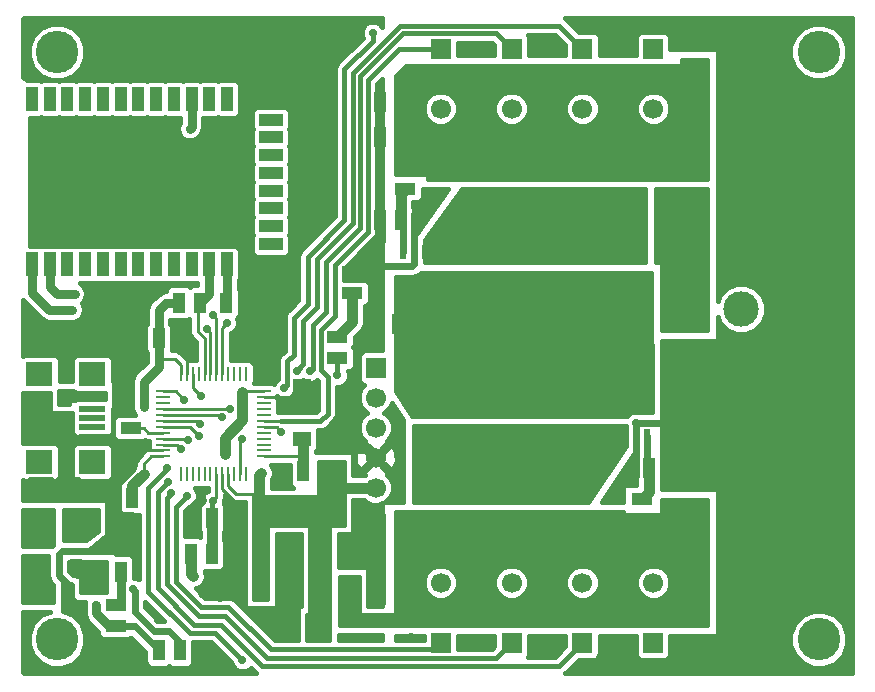
<source format=gtl>
G04 (created by PCBNEW (2013-07-07 BZR 4022)-stable) date 8/5/2019 09:37:44*
%MOIN*%
G04 Gerber Fmt 3.4, Leading zero omitted, Abs format*
%FSLAX34Y34*%
G01*
G70*
G90*
G04 APERTURE LIST*
%ADD10C,0.00590551*%
%ADD11R,0.0905512X0.019685*%
%ADD12R,0.0905512X0.0787402*%
%ADD13R,0.0688976X0.0787402*%
%ADD14C,0.0275591*%
%ADD15C,0.11811*%
%ADD16R,0.0669291X0.0669291*%
%ADD17C,0.0669291*%
%ADD18R,0.11811X0.0866142*%
%ADD19R,0.0401575X0.0700787*%
%ADD20R,0.0700787X0.0401575*%
%ADD21R,0.0106299X0.0472441*%
%ADD22R,0.0472441X0.0106299*%
%ADD23R,0.19685X0.15748*%
%ADD24R,0.0244094X0.0480315*%
%ADD25R,0.0433071X0.023622*%
%ADD26C,0.141732*%
%ADD27R,0.155811X0.091811*%
%ADD28R,0.0511811X0.08*%
%ADD29C,0.0314961*%
%ADD30C,0.0354331*%
%ADD31R,0.0866142X0.173228*%
%ADD32R,0.0590551X0.0472441*%
%ADD33R,0.0393701X0.0787402*%
%ADD34R,0.0787402X0.0393701*%
%ADD35C,0.00984252*%
%ADD36C,0.0314961*%
%ADD37C,0.0354331*%
%ADD38C,0.015748*%
%ADD39C,0.023622*%
%ADD40C,0.0275591*%
%ADD41C,0.019685*%
%ADD42C,0.0244094*%
G04 APERTURE END LIST*
G54D10*
G54D11*
X26968Y-28110D03*
X26968Y-28425D03*
X26968Y-28740D03*
X26968Y-29055D03*
X26968Y-29370D03*
G54D12*
X26968Y-27283D03*
X26968Y-30196D03*
G54D13*
X25098Y-27283D03*
X25098Y-30196D03*
G54D12*
X25206Y-27283D03*
X25206Y-30196D03*
G54D14*
X31240Y-36889D03*
X28326Y-36850D03*
X29173Y-35472D03*
X28307Y-32027D03*
X27618Y-32027D03*
X24921Y-30826D03*
X25590Y-30826D03*
X29606Y-20236D03*
X27185Y-15846D03*
X29350Y-15944D03*
X27992Y-36318D03*
X26476Y-30826D03*
G54D15*
X44901Y-25098D03*
X46751Y-25098D03*
X48602Y-25098D03*
G54D14*
X26830Y-32421D03*
X24901Y-34547D03*
X28503Y-26240D03*
X27618Y-25649D03*
X30787Y-36594D03*
X27913Y-27224D03*
X28858Y-24527D03*
X27145Y-26515D03*
X28070Y-32460D03*
X25610Y-22401D03*
X25846Y-20767D03*
X25748Y-19291D03*
X27027Y-20374D03*
X26692Y-21614D03*
X29448Y-19074D03*
X31515Y-20354D03*
X30925Y-22185D03*
X30826Y-19625D03*
X27637Y-16988D03*
X28208Y-16082D03*
X29409Y-16889D03*
X27106Y-36771D03*
X31240Y-34724D03*
X33720Y-33228D03*
X33287Y-33661D03*
X33287Y-32834D03*
X35767Y-33464D03*
X36043Y-31850D03*
X36397Y-34094D03*
X35531Y-32913D03*
X36358Y-32913D03*
X48818Y-35629D03*
X49606Y-34842D03*
X48818Y-34055D03*
X50393Y-34055D03*
X50393Y-32480D03*
X49606Y-33267D03*
X48818Y-32480D03*
X36535Y-17657D03*
X36555Y-18779D03*
X36555Y-19980D03*
X36555Y-21141D03*
X35314Y-16181D03*
X33129Y-30649D03*
X27047Y-19192D03*
X28346Y-19192D03*
X25078Y-25964D03*
X26338Y-25728D03*
X26043Y-26791D03*
X28425Y-32854D03*
X28503Y-22696D03*
X29448Y-22401D03*
X29448Y-21259D03*
X28523Y-20275D03*
X28011Y-21456D03*
X31515Y-19173D03*
X30826Y-21102D03*
X31673Y-22165D03*
X27125Y-22598D03*
X32952Y-23897D03*
X32854Y-25551D03*
X32224Y-26259D03*
X33385Y-24724D03*
X33700Y-23622D03*
X33799Y-22125D03*
X34586Y-21338D03*
X33759Y-20629D03*
X34685Y-20413D03*
X30669Y-16377D03*
X34429Y-18011D03*
X33366Y-17893D03*
X34232Y-16889D03*
X32854Y-17007D03*
X31555Y-17007D03*
X33759Y-15846D03*
X32086Y-15944D03*
X32976Y-36019D03*
X32614Y-35531D03*
X35629Y-28051D03*
X35925Y-26181D03*
X25098Y-29232D03*
X25098Y-28444D03*
X37106Y-30629D03*
X37106Y-29547D03*
X37598Y-36043D03*
X35826Y-36043D03*
X39763Y-16358D03*
X42125Y-16358D03*
X44488Y-16358D03*
X44488Y-36338D03*
X42125Y-36338D03*
X39763Y-36338D03*
X38267Y-21338D03*
X44370Y-31338D03*
X24901Y-32480D03*
X26240Y-32421D03*
G54D16*
X45669Y-36228D03*
G54D17*
X45669Y-35228D03*
X45669Y-34228D03*
G54D16*
X40944Y-36228D03*
G54D17*
X40944Y-35228D03*
X40944Y-34228D03*
G54D16*
X38582Y-36228D03*
G54D17*
X38582Y-35228D03*
X38582Y-34228D03*
G54D16*
X38582Y-16429D03*
G54D17*
X38582Y-17429D03*
X38582Y-18429D03*
G54D16*
X40944Y-16429D03*
G54D17*
X40944Y-17429D03*
X40944Y-18429D03*
G54D16*
X45669Y-16429D03*
G54D17*
X45669Y-17429D03*
X45669Y-18429D03*
G54D16*
X43307Y-16429D03*
G54D17*
X43307Y-17429D03*
X43307Y-18429D03*
G54D16*
X43307Y-36228D03*
G54D17*
X43307Y-35228D03*
X43307Y-34228D03*
G54D18*
X43996Y-22165D03*
X43996Y-20354D03*
X38779Y-30492D03*
X38779Y-32303D03*
G54D19*
X34307Y-35629D03*
X33606Y-35629D03*
X47287Y-34448D03*
X47988Y-34448D03*
X37259Y-32283D03*
X36559Y-32283D03*
X37259Y-33464D03*
X36559Y-33464D03*
X45417Y-27263D03*
X46118Y-27263D03*
X37259Y-19389D03*
X36559Y-19389D03*
G54D20*
X25295Y-31944D03*
X25295Y-31244D03*
G54D21*
X29921Y-30610D03*
X30118Y-30610D03*
X30314Y-30610D03*
X30511Y-30610D03*
X30708Y-30610D03*
X30905Y-30610D03*
X31102Y-30610D03*
X31299Y-30610D03*
X31496Y-30610D03*
X31692Y-30610D03*
X31889Y-30610D03*
X32086Y-30610D03*
G54D22*
X32677Y-30019D03*
X32677Y-29822D03*
X32677Y-29625D03*
X32677Y-29429D03*
X32677Y-29232D03*
X32677Y-29035D03*
X32677Y-28838D03*
X32677Y-28641D03*
X32677Y-28444D03*
X32677Y-28248D03*
X32677Y-28051D03*
X32677Y-27854D03*
G54D21*
X32086Y-27263D03*
X31889Y-27263D03*
X31692Y-27263D03*
X31496Y-27263D03*
X31299Y-27263D03*
X31102Y-27263D03*
X30905Y-27263D03*
X30708Y-27263D03*
X30511Y-27263D03*
X30314Y-27263D03*
X30118Y-27263D03*
X29921Y-27263D03*
G54D22*
X29330Y-27854D03*
X29330Y-28051D03*
X29330Y-28248D03*
X29330Y-28444D03*
X29330Y-28641D03*
X29330Y-28838D03*
X29330Y-29035D03*
X29330Y-29232D03*
X29330Y-29429D03*
X29330Y-29625D03*
X29330Y-29822D03*
X29330Y-30019D03*
G54D23*
X40748Y-25196D03*
X40748Y-22047D03*
X42027Y-27460D03*
X42027Y-30610D03*
G54D24*
X44704Y-29354D03*
X45078Y-29354D03*
X45452Y-29354D03*
X45452Y-28322D03*
X45078Y-28322D03*
X44704Y-28322D03*
G54D19*
X47287Y-18011D03*
X47988Y-18011D03*
X32535Y-34448D03*
X31834Y-34448D03*
G54D25*
X26437Y-33543D03*
X26437Y-32795D03*
X25334Y-33543D03*
X26437Y-33169D03*
X25334Y-32795D03*
G54D24*
X38070Y-23204D03*
X37696Y-23204D03*
X37322Y-23204D03*
X37322Y-24236D03*
X37696Y-24236D03*
X38070Y-24236D03*
G54D20*
X26574Y-31944D03*
X26574Y-31244D03*
G54D19*
X37161Y-25590D03*
X36460Y-25590D03*
G54D14*
X48818Y-18208D03*
X49606Y-18996D03*
X50393Y-18208D03*
X50393Y-19783D03*
X48818Y-19783D03*
X49606Y-20570D03*
X50393Y-21358D03*
X26771Y-34370D03*
X24901Y-33858D03*
G54D19*
X30566Y-24901D03*
X29866Y-24901D03*
X30960Y-33267D03*
X30259Y-33267D03*
X37259Y-22145D03*
X36559Y-22145D03*
X29177Y-26082D03*
X29877Y-26082D03*
X34000Y-30511D03*
X34700Y-30511D03*
G54D20*
X28248Y-29078D03*
X28248Y-29779D03*
X35137Y-26728D03*
X35137Y-26027D03*
X35629Y-24562D03*
X35629Y-23862D03*
G54D19*
X27909Y-33858D03*
X27208Y-33858D03*
G54D20*
X45275Y-32141D03*
X45275Y-31440D03*
X37401Y-20417D03*
X37401Y-21118D03*
G54D19*
X45515Y-30413D03*
X46216Y-30413D03*
X26137Y-34547D03*
X25437Y-34547D03*
G54D20*
X27755Y-35685D03*
X27755Y-34984D03*
G54D19*
X32535Y-33267D03*
X31834Y-33267D03*
X37259Y-34645D03*
X36559Y-34645D03*
X32535Y-32086D03*
X31834Y-32086D03*
X31440Y-24901D03*
X32141Y-24901D03*
X28303Y-31397D03*
X27602Y-31397D03*
X30960Y-32086D03*
X30259Y-32086D03*
X47287Y-19192D03*
X47988Y-19192D03*
G54D20*
X46948Y-16984D03*
X46948Y-16283D03*
G54D19*
X47287Y-20374D03*
X47988Y-20374D03*
G54D20*
X46948Y-35476D03*
X46948Y-36177D03*
G54D19*
X47287Y-32086D03*
X47988Y-32086D03*
X47287Y-33267D03*
X47988Y-33267D03*
X37259Y-18208D03*
X36559Y-18208D03*
G54D16*
X36417Y-27059D03*
G54D17*
X36417Y-28059D03*
X36417Y-29059D03*
X36417Y-30059D03*
X36417Y-31059D03*
G54D26*
X25787Y-16535D03*
X25787Y-36122D03*
X51181Y-36122D03*
X51181Y-16535D03*
G54D27*
X34547Y-31770D03*
G54D28*
X34547Y-34370D03*
X35447Y-34370D03*
X33647Y-34370D03*
G54D29*
X34192Y-31771D03*
X34901Y-31771D03*
G54D19*
X29877Y-36476D03*
X29177Y-36476D03*
G54D30*
X49015Y-23031D03*
X49015Y-22480D03*
X49015Y-21968D03*
G54D31*
X48818Y-22480D03*
G54D30*
X46259Y-23031D03*
X46259Y-22480D03*
X46259Y-21968D03*
G54D31*
X46456Y-22480D03*
X46850Y-22480D03*
X48425Y-22480D03*
G54D30*
X46653Y-21968D03*
X47047Y-21968D03*
X47047Y-22480D03*
X46653Y-22480D03*
X46653Y-23031D03*
X47047Y-23031D03*
X48228Y-21968D03*
X48622Y-21968D03*
X48622Y-22480D03*
X48228Y-22480D03*
X48228Y-23031D03*
X48622Y-23031D03*
G54D32*
X33956Y-27657D03*
X33956Y-29429D03*
G54D33*
X24960Y-18110D03*
X25551Y-18110D03*
X26732Y-18110D03*
X26141Y-18110D03*
X28503Y-18110D03*
X29094Y-18110D03*
X27913Y-18110D03*
X27322Y-18110D03*
X30275Y-18110D03*
X30866Y-18110D03*
X32047Y-18110D03*
X31456Y-18110D03*
X29685Y-18110D03*
G54D34*
X32933Y-22933D03*
X32933Y-22342D03*
X32933Y-21161D03*
X32933Y-21751D03*
X32933Y-19389D03*
X32933Y-18799D03*
X32933Y-19980D03*
X32933Y-20570D03*
G54D33*
X29685Y-23622D03*
X31456Y-23622D03*
X32047Y-23622D03*
X30866Y-23622D03*
X30275Y-23622D03*
X27322Y-23622D03*
X27913Y-23622D03*
X29094Y-23622D03*
X28503Y-23622D03*
X26141Y-23622D03*
X26732Y-23622D03*
X25551Y-23622D03*
X24960Y-23622D03*
G54D14*
X31003Y-25314D03*
X26377Y-24606D03*
X30216Y-19094D03*
X31456Y-25570D03*
X30787Y-25767D03*
X26299Y-25137D03*
X30988Y-31500D03*
X36318Y-15905D03*
X31555Y-28444D03*
X33366Y-27736D03*
X31279Y-28720D03*
X33779Y-27165D03*
X34232Y-27185D03*
X33267Y-29192D03*
X30118Y-31338D03*
X30551Y-28927D03*
X30531Y-29350D03*
X29606Y-31240D03*
X29488Y-30866D03*
X30167Y-29468D03*
X29468Y-30413D03*
X29921Y-29763D03*
X31968Y-36811D03*
X30019Y-28129D03*
X30590Y-28011D03*
X28311Y-34433D03*
X26594Y-35177D03*
X30334Y-26358D03*
X34700Y-29299D03*
X34385Y-28413D03*
X36496Y-22893D03*
X45078Y-28897D03*
X37834Y-21791D03*
X36019Y-32303D03*
X31814Y-32681D03*
X30590Y-31476D03*
X33606Y-35039D03*
X30669Y-34586D03*
X44940Y-30826D03*
X35137Y-27322D03*
X31968Y-29448D03*
X27106Y-34960D03*
X26062Y-28031D03*
X28677Y-30614D03*
X28677Y-28377D03*
X31456Y-24311D03*
X29429Y-24901D03*
X31377Y-29940D03*
X32606Y-30570D03*
X30334Y-34015D03*
X32519Y-33877D03*
G54D35*
X30708Y-27263D02*
X30708Y-26082D01*
X30492Y-24976D02*
X30566Y-24901D01*
X30492Y-25866D02*
X30492Y-24976D01*
X30708Y-26082D02*
X30492Y-25866D01*
G54D36*
X30866Y-23622D02*
X30866Y-24602D01*
X30866Y-24602D02*
X30566Y-24901D01*
G54D35*
X31102Y-25413D02*
X31003Y-25314D01*
G54D36*
X25551Y-23622D02*
X25551Y-24370D01*
X25787Y-24606D02*
X26377Y-24606D01*
X25551Y-24370D02*
X25787Y-24606D01*
G54D35*
X31102Y-25413D02*
X31102Y-27263D01*
X31299Y-27263D02*
X31299Y-25728D01*
G54D36*
X30275Y-19035D02*
X30216Y-19094D01*
X30275Y-19035D02*
X30275Y-18110D01*
G54D35*
X31299Y-25728D02*
X31456Y-25570D01*
X30905Y-25885D02*
X30787Y-25767D01*
X30905Y-27263D02*
X30905Y-25885D01*
G54D36*
X24960Y-23622D02*
X24960Y-24566D01*
X25531Y-25137D02*
X26299Y-25137D01*
X24960Y-24566D02*
X25531Y-25137D01*
G54D35*
X32677Y-30019D02*
X33976Y-30019D01*
X33976Y-30019D02*
X34000Y-29996D01*
G54D37*
X34000Y-30511D02*
X34000Y-29996D01*
X34000Y-29996D02*
X34000Y-29472D01*
X34000Y-29472D02*
X33956Y-29429D01*
G54D35*
X31102Y-30610D02*
X31102Y-31385D01*
X31102Y-31385D02*
X30988Y-31500D01*
G54D38*
X30960Y-31527D02*
X30960Y-32086D01*
X30988Y-31500D02*
X30960Y-31527D01*
G54D37*
X30960Y-32086D02*
X30960Y-33267D01*
G54D38*
X36318Y-15905D02*
X36318Y-16161D01*
X35374Y-22145D02*
X34149Y-23370D01*
X35374Y-17106D02*
X35374Y-22145D01*
X36318Y-16161D02*
X35374Y-17106D01*
X34149Y-23370D02*
X34149Y-24952D01*
X34149Y-24952D02*
X33690Y-25411D01*
G54D35*
X29330Y-28444D02*
X31555Y-28444D01*
G54D38*
X33690Y-26624D02*
X33464Y-26850D01*
X33464Y-26850D02*
X33464Y-27637D01*
X33464Y-27637D02*
X33366Y-27736D01*
X33690Y-25411D02*
X33690Y-26624D01*
X34456Y-23433D02*
X34456Y-25055D01*
X34456Y-25055D02*
X33994Y-25517D01*
X33994Y-25517D02*
X33994Y-26950D01*
X42537Y-15659D02*
X37214Y-15659D01*
X43307Y-16429D02*
X42537Y-15659D01*
X35649Y-17224D02*
X37214Y-15659D01*
X35649Y-22240D02*
X34456Y-23433D01*
X35649Y-17224D02*
X35649Y-22240D01*
X33994Y-26950D02*
X33779Y-27165D01*
G54D35*
X31200Y-28641D02*
X31279Y-28720D01*
X29330Y-28641D02*
X31200Y-28641D01*
G54D38*
X34751Y-23547D02*
X34751Y-25204D01*
X34751Y-25204D02*
X34316Y-25639D01*
X34316Y-25639D02*
X34316Y-27100D01*
X40431Y-15915D02*
X37312Y-15915D01*
X40944Y-16429D02*
X40431Y-15915D01*
X34751Y-23547D02*
X35901Y-22397D01*
X35901Y-22397D02*
X35901Y-17326D01*
X35901Y-17326D02*
X37312Y-15915D01*
X34316Y-27100D02*
X34232Y-27185D01*
G54D35*
X33110Y-29035D02*
X32677Y-29035D01*
X33267Y-29192D02*
X33110Y-29035D01*
G54D38*
X34586Y-27153D02*
X34811Y-27377D01*
X34566Y-28838D02*
X33248Y-28838D01*
X34811Y-28594D02*
X34566Y-28838D01*
X34811Y-27377D02*
X34811Y-28594D01*
X35049Y-23631D02*
X35049Y-25332D01*
X35049Y-25332D02*
X34586Y-25795D01*
G54D35*
X32677Y-28838D02*
X33248Y-28838D01*
G54D38*
X34586Y-27153D02*
X34586Y-25795D01*
X37192Y-16429D02*
X36151Y-17470D01*
X37192Y-16429D02*
X38582Y-16429D01*
X36151Y-22529D02*
X36151Y-17470D01*
X35049Y-23631D02*
X36151Y-22529D01*
X29744Y-34192D02*
X30590Y-35039D01*
X29744Y-31712D02*
X30118Y-31338D01*
X29744Y-34192D02*
X29744Y-31712D01*
G54D35*
X30462Y-28838D02*
X30551Y-28927D01*
X29330Y-28838D02*
X30462Y-28838D01*
G54D38*
X31496Y-35039D02*
X32913Y-36456D01*
X30590Y-35039D02*
X31496Y-35039D01*
X38354Y-36456D02*
X38582Y-36228D01*
X32913Y-36456D02*
X38354Y-36456D01*
X29448Y-34271D02*
X30511Y-35334D01*
G54D35*
X29330Y-29035D02*
X30216Y-29035D01*
X30216Y-29035D02*
X30531Y-29350D01*
G54D38*
X29448Y-31397D02*
X29606Y-31240D01*
X29448Y-34271D02*
X29448Y-31397D01*
X31377Y-35334D02*
X32795Y-36751D01*
X30511Y-35334D02*
X31377Y-35334D01*
X40421Y-36751D02*
X32795Y-36751D01*
X40944Y-36228D02*
X40421Y-36751D01*
X29153Y-34409D02*
X30374Y-35629D01*
X29153Y-31200D02*
X29488Y-30866D01*
X29153Y-34409D02*
X29153Y-31200D01*
G54D35*
X30127Y-29429D02*
X30167Y-29468D01*
X29330Y-29429D02*
X30127Y-29429D01*
G54D38*
X31259Y-35629D02*
X32637Y-37007D01*
X30374Y-35629D02*
X31259Y-35629D01*
X43307Y-36228D02*
X42527Y-37007D01*
X42527Y-37007D02*
X32637Y-37007D01*
X28838Y-34527D02*
X30216Y-35905D01*
X28838Y-31767D02*
X28838Y-34527D01*
X29468Y-30433D02*
X29468Y-30413D01*
X28838Y-31062D02*
X29468Y-30433D01*
G54D35*
X29330Y-29625D02*
X29783Y-29625D01*
X29783Y-29625D02*
X29921Y-29763D01*
G54D38*
X28838Y-31767D02*
X28838Y-31062D01*
X31062Y-35905D02*
X31968Y-36811D01*
X30216Y-35905D02*
X31062Y-35905D01*
G54D35*
X30019Y-28129D02*
X29744Y-27854D01*
X29330Y-27854D02*
X29744Y-27854D01*
X30314Y-27263D02*
X30314Y-27736D01*
X30314Y-27736D02*
X30590Y-28011D01*
G54D39*
X28311Y-34433D02*
X28385Y-34507D01*
X29877Y-36196D02*
X29877Y-36476D01*
X29527Y-35846D02*
X29877Y-36196D01*
X29035Y-35846D02*
X29527Y-35846D01*
X28385Y-35196D02*
X29035Y-35846D01*
X28385Y-34507D02*
X28385Y-35196D01*
X26437Y-33169D02*
X28110Y-33169D01*
X28110Y-33169D02*
X28425Y-32854D01*
G54D37*
X27618Y-32027D02*
X28307Y-32027D01*
G54D35*
X29330Y-29822D02*
X28291Y-29822D01*
X28291Y-29822D02*
X28248Y-29779D01*
G54D40*
X25295Y-30866D02*
X25255Y-30826D01*
X25295Y-31244D02*
X25295Y-30866D01*
X25255Y-30826D02*
X25590Y-30826D01*
X24921Y-30826D02*
X25255Y-30826D01*
G54D39*
X26437Y-33169D02*
X25964Y-33169D01*
X26137Y-34267D02*
X26137Y-34547D01*
X25846Y-33976D02*
X26137Y-34267D01*
X25846Y-33287D02*
X25846Y-33976D01*
X25964Y-33169D02*
X25846Y-33287D01*
G54D37*
X27602Y-31397D02*
X27602Y-32011D01*
X27602Y-32011D02*
X27618Y-32027D01*
X27602Y-31397D02*
X27602Y-31059D01*
X28248Y-30413D02*
X28248Y-29779D01*
X27602Y-31059D02*
X28248Y-30413D01*
X26574Y-31244D02*
X27448Y-31244D01*
X27448Y-31244D02*
X27602Y-31397D01*
G54D41*
X26968Y-29370D02*
X27500Y-29370D01*
X27500Y-29370D02*
X27909Y-29779D01*
X27909Y-29779D02*
X28248Y-29779D01*
G54D37*
X26137Y-34547D02*
X26137Y-34720D01*
X26137Y-34720D02*
X26594Y-35177D01*
G54D35*
X30118Y-27263D02*
X30118Y-26574D01*
G54D36*
X30059Y-26082D02*
X30334Y-26358D01*
X30059Y-26082D02*
X29877Y-26082D01*
G54D35*
X30118Y-26574D02*
X30334Y-26358D01*
G54D36*
X32141Y-24901D02*
X32141Y-24169D01*
X32047Y-24074D02*
X32047Y-23622D01*
X32141Y-24169D02*
X32047Y-24074D01*
X32047Y-23622D02*
X32047Y-18110D01*
G54D37*
X33956Y-27657D02*
X33956Y-27984D01*
X36114Y-29755D02*
X36417Y-30059D01*
X35157Y-29755D02*
X36114Y-29755D01*
X34700Y-29299D02*
X35157Y-29755D01*
X33956Y-27984D02*
X34385Y-28413D01*
X36559Y-22145D02*
X36559Y-22830D01*
X36559Y-22830D02*
X36496Y-22893D01*
G54D39*
X37696Y-23204D02*
X37696Y-23622D01*
X37637Y-23681D02*
X36377Y-23681D01*
X37696Y-23622D02*
X37637Y-23681D01*
G54D42*
X45078Y-28897D02*
X46240Y-28897D01*
X45078Y-29354D02*
X45078Y-28897D01*
X37696Y-21929D02*
X37834Y-21791D01*
X37696Y-23204D02*
X37696Y-21929D01*
G54D37*
X36559Y-32283D02*
X36559Y-33464D01*
X36559Y-33464D02*
X36559Y-34645D01*
X36039Y-32283D02*
X36559Y-32283D01*
X36019Y-32303D02*
X36039Y-32283D01*
X30259Y-32086D02*
X30259Y-31807D01*
X31814Y-32681D02*
X31834Y-32681D01*
X30259Y-31807D02*
X30590Y-31476D01*
G54D35*
X32677Y-28051D02*
X33562Y-28051D01*
X33562Y-28051D02*
X33956Y-27657D01*
G54D42*
X45078Y-29354D02*
X45078Y-30688D01*
X45078Y-30688D02*
X44940Y-30826D01*
G54D35*
X31299Y-30610D02*
X31299Y-31102D01*
X31834Y-31637D02*
X31834Y-32086D01*
X31299Y-31102D02*
X31834Y-31637D01*
G54D37*
X30807Y-34448D02*
X31834Y-34448D01*
X30669Y-34586D02*
X30807Y-34448D01*
X33606Y-35629D02*
X33606Y-35039D01*
X33606Y-35039D02*
X33606Y-34411D01*
X33606Y-34411D02*
X33647Y-34370D01*
X31834Y-32086D02*
X31834Y-32681D01*
X31834Y-32681D02*
X31834Y-33267D01*
X31834Y-33267D02*
X31834Y-34448D01*
G54D38*
X35137Y-26728D02*
X35137Y-27322D01*
G54D35*
X31889Y-29527D02*
X31889Y-30610D01*
X31968Y-29448D02*
X31889Y-29527D01*
G54D39*
X29177Y-36476D02*
X28385Y-35685D01*
X28385Y-35685D02*
X27755Y-35685D01*
G54D36*
X27755Y-35685D02*
X27535Y-35685D01*
X27106Y-35255D02*
X27106Y-34960D01*
X27535Y-35685D02*
X27106Y-35255D01*
G54D41*
X26968Y-28110D02*
X26141Y-28110D01*
X26141Y-28110D02*
X26062Y-28031D01*
G54D36*
X27909Y-33858D02*
X27909Y-34830D01*
X27909Y-34830D02*
X27755Y-34984D01*
G54D35*
X29330Y-29232D02*
X28838Y-29232D01*
X28838Y-29232D02*
X28685Y-29078D01*
X28685Y-29078D02*
X28248Y-29078D01*
G54D42*
X37322Y-23204D02*
X37322Y-22208D01*
X37322Y-22208D02*
X37259Y-22145D01*
G54D37*
X37259Y-22145D02*
X37259Y-21259D01*
X37259Y-21259D02*
X37401Y-21118D01*
X45515Y-30413D02*
X45515Y-31200D01*
X45515Y-31200D02*
X45275Y-31440D01*
G54D42*
X45452Y-29354D02*
X45452Y-30350D01*
X45452Y-30350D02*
X45515Y-30413D01*
G54D37*
X35629Y-24562D02*
X35629Y-25535D01*
X35629Y-25535D02*
X35137Y-26027D01*
G54D35*
X29330Y-30019D02*
X28937Y-30019D01*
X28677Y-30279D02*
X28677Y-30614D01*
X28937Y-30019D02*
X28677Y-30279D01*
G54D37*
X28303Y-31397D02*
X28303Y-30988D01*
X28303Y-30988D02*
X28677Y-30614D01*
G54D36*
X28677Y-28377D02*
X28677Y-27523D01*
X29177Y-27023D02*
X28677Y-27523D01*
X29177Y-26771D02*
X29177Y-27023D01*
G54D35*
X29921Y-27263D02*
X29921Y-26968D01*
X29724Y-26771D02*
X29177Y-26771D01*
X29921Y-26968D02*
X29724Y-26771D01*
G54D36*
X29177Y-26082D02*
X29177Y-26771D01*
X29177Y-26082D02*
X29177Y-25153D01*
X29177Y-25153D02*
X29429Y-24901D01*
X29866Y-24901D02*
X29429Y-24901D01*
X31456Y-23622D02*
X31456Y-24311D01*
X31456Y-24311D02*
X31456Y-24885D01*
X31456Y-24885D02*
X31440Y-24901D01*
G54D35*
X32677Y-27854D02*
X32003Y-27854D01*
G54D37*
X31377Y-29940D02*
X31377Y-29409D01*
X32606Y-30570D02*
X32535Y-30641D01*
X32535Y-30641D02*
X32535Y-31259D01*
X31377Y-29409D02*
X31968Y-28818D01*
X31968Y-28818D02*
X31968Y-27889D01*
G54D35*
X32003Y-27854D02*
X31968Y-27889D01*
X31496Y-30610D02*
X31496Y-31003D01*
X31751Y-31259D02*
X32535Y-31259D01*
X31496Y-31003D02*
X31751Y-31259D01*
G54D37*
X32535Y-31259D02*
X32535Y-32086D01*
X36417Y-31059D02*
X35259Y-31059D01*
X35259Y-31059D02*
X34547Y-31770D01*
X30259Y-33267D02*
X30259Y-33940D01*
X30259Y-33940D02*
X30334Y-34015D01*
G54D10*
G36*
X47460Y-20787D02*
X46240Y-20787D01*
X46240Y-18316D01*
X46153Y-18106D01*
X45993Y-17945D01*
X45783Y-17858D01*
X45556Y-17858D01*
X45346Y-17944D01*
X45185Y-18105D01*
X45098Y-18315D01*
X45098Y-18542D01*
X45185Y-18752D01*
X45345Y-18912D01*
X45555Y-18999D01*
X45782Y-19000D01*
X45992Y-18913D01*
X46152Y-18752D01*
X46240Y-18543D01*
X46240Y-18316D01*
X46240Y-20787D01*
X43878Y-20787D01*
X43878Y-18316D01*
X43791Y-18106D01*
X43630Y-17945D01*
X43421Y-17858D01*
X43194Y-17858D01*
X42984Y-17944D01*
X42823Y-18105D01*
X42736Y-18315D01*
X42736Y-18542D01*
X42822Y-18752D01*
X42983Y-18912D01*
X43193Y-18999D01*
X43420Y-19000D01*
X43630Y-18913D01*
X43790Y-18752D01*
X43877Y-18543D01*
X43878Y-18316D01*
X43878Y-20787D01*
X41515Y-20787D01*
X41515Y-18316D01*
X41429Y-18106D01*
X41268Y-17945D01*
X41058Y-17858D01*
X40831Y-17858D01*
X40621Y-17944D01*
X40461Y-18105D01*
X40374Y-18315D01*
X40373Y-18542D01*
X40460Y-18752D01*
X40621Y-18912D01*
X40830Y-18999D01*
X41057Y-19000D01*
X41267Y-18913D01*
X41428Y-18752D01*
X41515Y-18543D01*
X41515Y-18316D01*
X41515Y-20787D01*
X39153Y-20787D01*
X39153Y-18316D01*
X39066Y-18106D01*
X38906Y-17945D01*
X38696Y-17858D01*
X38469Y-17858D01*
X38259Y-17944D01*
X38099Y-18105D01*
X38011Y-18315D01*
X38011Y-18542D01*
X38098Y-18752D01*
X38258Y-18912D01*
X38468Y-18999D01*
X38695Y-19000D01*
X38905Y-18913D01*
X39066Y-18752D01*
X39153Y-18543D01*
X39153Y-18316D01*
X39153Y-20787D01*
X38169Y-20787D01*
X38169Y-20590D01*
X37086Y-20590D01*
X37086Y-17355D01*
X37434Y-17007D01*
X46633Y-17007D01*
X46633Y-16811D01*
X47460Y-16811D01*
X47460Y-20787D01*
X47460Y-20787D01*
G37*
G54D38*
X47460Y-20787D02*
X46240Y-20787D01*
X46240Y-18316D01*
X46153Y-18106D01*
X45993Y-17945D01*
X45783Y-17858D01*
X45556Y-17858D01*
X45346Y-17944D01*
X45185Y-18105D01*
X45098Y-18315D01*
X45098Y-18542D01*
X45185Y-18752D01*
X45345Y-18912D01*
X45555Y-18999D01*
X45782Y-19000D01*
X45992Y-18913D01*
X46152Y-18752D01*
X46240Y-18543D01*
X46240Y-18316D01*
X46240Y-20787D01*
X43878Y-20787D01*
X43878Y-18316D01*
X43791Y-18106D01*
X43630Y-17945D01*
X43421Y-17858D01*
X43194Y-17858D01*
X42984Y-17944D01*
X42823Y-18105D01*
X42736Y-18315D01*
X42736Y-18542D01*
X42822Y-18752D01*
X42983Y-18912D01*
X43193Y-18999D01*
X43420Y-19000D01*
X43630Y-18913D01*
X43790Y-18752D01*
X43877Y-18543D01*
X43878Y-18316D01*
X43878Y-20787D01*
X41515Y-20787D01*
X41515Y-18316D01*
X41429Y-18106D01*
X41268Y-17945D01*
X41058Y-17858D01*
X40831Y-17858D01*
X40621Y-17944D01*
X40461Y-18105D01*
X40374Y-18315D01*
X40373Y-18542D01*
X40460Y-18752D01*
X40621Y-18912D01*
X40830Y-18999D01*
X41057Y-19000D01*
X41267Y-18913D01*
X41428Y-18752D01*
X41515Y-18543D01*
X41515Y-18316D01*
X41515Y-20787D01*
X39153Y-20787D01*
X39153Y-18316D01*
X39066Y-18106D01*
X38906Y-17945D01*
X38696Y-17858D01*
X38469Y-17858D01*
X38259Y-17944D01*
X38099Y-18105D01*
X38011Y-18315D01*
X38011Y-18542D01*
X38098Y-18752D01*
X38258Y-18912D01*
X38468Y-18999D01*
X38695Y-19000D01*
X38905Y-18913D01*
X39066Y-18752D01*
X39153Y-18543D01*
X39153Y-18316D01*
X39153Y-20787D01*
X38169Y-20787D01*
X38169Y-20590D01*
X37086Y-20590D01*
X37086Y-17355D01*
X37434Y-17007D01*
X46633Y-17007D01*
X46633Y-16811D01*
X47460Y-16811D01*
X47460Y-20787D01*
G54D10*
G36*
X45609Y-28539D02*
X45191Y-28539D01*
X45153Y-28523D01*
X45004Y-28523D01*
X44867Y-28580D01*
X44785Y-28661D01*
X37640Y-28661D01*
X37086Y-27830D01*
X37086Y-24035D01*
X37637Y-24035D01*
X37773Y-24008D01*
X37888Y-23931D01*
X37922Y-23897D01*
X45590Y-23897D01*
X45609Y-28539D01*
X45609Y-28539D01*
G37*
G54D38*
X45609Y-28539D02*
X45191Y-28539D01*
X45153Y-28523D01*
X45004Y-28523D01*
X44867Y-28580D01*
X44785Y-28661D01*
X37640Y-28661D01*
X37086Y-27830D01*
X37086Y-24035D01*
X37637Y-24035D01*
X37773Y-24008D01*
X37888Y-23931D01*
X37922Y-23897D01*
X45590Y-23897D01*
X45609Y-28539D01*
G54D10*
G36*
X45393Y-23543D02*
X38051Y-23543D01*
X38051Y-23501D01*
X38055Y-23492D01*
X38055Y-23398D01*
X38055Y-22917D01*
X38055Y-22917D01*
X38055Y-22807D01*
X39292Y-21102D01*
X45393Y-21102D01*
X45393Y-23543D01*
X45393Y-23543D01*
G37*
G54D38*
X45393Y-23543D02*
X38051Y-23543D01*
X38051Y-23501D01*
X38055Y-23492D01*
X38055Y-23398D01*
X38055Y-22917D01*
X38055Y-22917D01*
X38055Y-22807D01*
X39292Y-21102D01*
X45393Y-21102D01*
X45393Y-23543D01*
G54D10*
G36*
X44744Y-29661D02*
X43481Y-31555D01*
X37677Y-31555D01*
X37677Y-29015D01*
X44744Y-29015D01*
X44744Y-29661D01*
X44744Y-29661D01*
G37*
G54D38*
X44744Y-29661D02*
X43481Y-31555D01*
X37677Y-31555D01*
X37677Y-29015D01*
X44744Y-29015D01*
X44744Y-29661D01*
G54D10*
G36*
X47460Y-35649D02*
X46240Y-35649D01*
X46240Y-34115D01*
X46153Y-33905D01*
X45993Y-33744D01*
X45783Y-33657D01*
X45556Y-33657D01*
X45346Y-33744D01*
X45185Y-33904D01*
X45098Y-34114D01*
X45098Y-34341D01*
X45185Y-34551D01*
X45345Y-34712D01*
X45555Y-34799D01*
X45782Y-34799D01*
X45992Y-34712D01*
X46152Y-34552D01*
X46240Y-34342D01*
X46240Y-34115D01*
X46240Y-35649D01*
X43878Y-35649D01*
X43878Y-34115D01*
X43791Y-33905D01*
X43630Y-33744D01*
X43421Y-33657D01*
X43194Y-33657D01*
X42984Y-33744D01*
X42823Y-33904D01*
X42736Y-34114D01*
X42736Y-34341D01*
X42822Y-34551D01*
X42983Y-34712D01*
X43193Y-34799D01*
X43420Y-34799D01*
X43630Y-34712D01*
X43790Y-34552D01*
X43877Y-34342D01*
X43878Y-34115D01*
X43878Y-35649D01*
X41515Y-35649D01*
X41515Y-34115D01*
X41429Y-33905D01*
X41268Y-33744D01*
X41058Y-33657D01*
X40831Y-33657D01*
X40621Y-33744D01*
X40461Y-33904D01*
X40374Y-34114D01*
X40373Y-34341D01*
X40460Y-34551D01*
X40621Y-34712D01*
X40830Y-34799D01*
X41057Y-34799D01*
X41267Y-34712D01*
X41428Y-34552D01*
X41515Y-34342D01*
X41515Y-34115D01*
X41515Y-35649D01*
X39153Y-35649D01*
X39153Y-34115D01*
X39066Y-33905D01*
X38906Y-33744D01*
X38696Y-33657D01*
X38469Y-33657D01*
X38259Y-33744D01*
X38099Y-33904D01*
X38011Y-34114D01*
X38011Y-34341D01*
X38098Y-34551D01*
X38258Y-34712D01*
X38468Y-34799D01*
X38695Y-34799D01*
X38905Y-34712D01*
X39066Y-34552D01*
X39153Y-34342D01*
X39153Y-34115D01*
X39153Y-35649D01*
X35216Y-35649D01*
X35216Y-34035D01*
X35846Y-34035D01*
X35846Y-35314D01*
X37086Y-35314D01*
X37086Y-31870D01*
X44665Y-31870D01*
X44665Y-31968D01*
X45944Y-31968D01*
X45944Y-31476D01*
X47460Y-31476D01*
X47460Y-35649D01*
X47460Y-35649D01*
G37*
G54D38*
X47460Y-35649D02*
X46240Y-35649D01*
X46240Y-34115D01*
X46153Y-33905D01*
X45993Y-33744D01*
X45783Y-33657D01*
X45556Y-33657D01*
X45346Y-33744D01*
X45185Y-33904D01*
X45098Y-34114D01*
X45098Y-34341D01*
X45185Y-34551D01*
X45345Y-34712D01*
X45555Y-34799D01*
X45782Y-34799D01*
X45992Y-34712D01*
X46152Y-34552D01*
X46240Y-34342D01*
X46240Y-34115D01*
X46240Y-35649D01*
X43878Y-35649D01*
X43878Y-34115D01*
X43791Y-33905D01*
X43630Y-33744D01*
X43421Y-33657D01*
X43194Y-33657D01*
X42984Y-33744D01*
X42823Y-33904D01*
X42736Y-34114D01*
X42736Y-34341D01*
X42822Y-34551D01*
X42983Y-34712D01*
X43193Y-34799D01*
X43420Y-34799D01*
X43630Y-34712D01*
X43790Y-34552D01*
X43877Y-34342D01*
X43878Y-34115D01*
X43878Y-35649D01*
X41515Y-35649D01*
X41515Y-34115D01*
X41429Y-33905D01*
X41268Y-33744D01*
X41058Y-33657D01*
X40831Y-33657D01*
X40621Y-33744D01*
X40461Y-33904D01*
X40374Y-34114D01*
X40373Y-34341D01*
X40460Y-34551D01*
X40621Y-34712D01*
X40830Y-34799D01*
X41057Y-34799D01*
X41267Y-34712D01*
X41428Y-34552D01*
X41515Y-34342D01*
X41515Y-34115D01*
X41515Y-35649D01*
X39153Y-35649D01*
X39153Y-34115D01*
X39066Y-33905D01*
X38906Y-33744D01*
X38696Y-33657D01*
X38469Y-33657D01*
X38259Y-33744D01*
X38099Y-33904D01*
X38011Y-34114D01*
X38011Y-34341D01*
X38098Y-34551D01*
X38258Y-34712D01*
X38468Y-34799D01*
X38695Y-34799D01*
X38905Y-34712D01*
X39066Y-34552D01*
X39153Y-34342D01*
X39153Y-34115D01*
X39153Y-35649D01*
X35216Y-35649D01*
X35216Y-34035D01*
X35846Y-34035D01*
X35846Y-35314D01*
X37086Y-35314D01*
X37086Y-31870D01*
X44665Y-31870D01*
X44665Y-31968D01*
X45944Y-31968D01*
X45944Y-31476D01*
X47460Y-31476D01*
X47460Y-35649D01*
G54D10*
G36*
X47460Y-25807D02*
X45944Y-25807D01*
X45944Y-23543D01*
X45748Y-23543D01*
X45748Y-21102D01*
X47460Y-21102D01*
X47460Y-25807D01*
X47460Y-25807D01*
G37*
G54D38*
X47460Y-25807D02*
X45944Y-25807D01*
X45944Y-23543D01*
X45748Y-23543D01*
X45748Y-21102D01*
X47460Y-21102D01*
X47460Y-25807D01*
G54D10*
G36*
X27145Y-32502D02*
X26773Y-32814D01*
X26653Y-32814D01*
X26606Y-32814D01*
X26173Y-32814D01*
X26173Y-32814D01*
X26023Y-32814D01*
X26023Y-31791D01*
X27145Y-31791D01*
X27145Y-32502D01*
X27145Y-32502D01*
G37*
G54D38*
X27145Y-32502D02*
X26773Y-32814D01*
X26653Y-32814D01*
X26606Y-32814D01*
X26173Y-32814D01*
X26173Y-32814D01*
X26023Y-32814D01*
X26023Y-31791D01*
X27145Y-31791D01*
X27145Y-32502D01*
G54D10*
G36*
X27440Y-34547D02*
X27358Y-34547D01*
X27358Y-34547D01*
X26594Y-34547D01*
X26594Y-33996D01*
X26471Y-33996D01*
X26385Y-33960D01*
X26331Y-33960D01*
X26200Y-33829D01*
X26200Y-33523D01*
X26220Y-33523D01*
X26267Y-33523D01*
X26700Y-33523D01*
X26700Y-33523D01*
X27440Y-33523D01*
X27440Y-34547D01*
X27440Y-34547D01*
G37*
G54D38*
X27440Y-34547D02*
X27358Y-34547D01*
X27358Y-34547D01*
X26594Y-34547D01*
X26594Y-33996D01*
X26471Y-33996D01*
X26385Y-33960D01*
X26331Y-33960D01*
X26200Y-33829D01*
X26200Y-33523D01*
X26220Y-33523D01*
X26267Y-33523D01*
X26700Y-33523D01*
X26700Y-33523D01*
X27440Y-33523D01*
X27440Y-34547D01*
G54D10*
G36*
X25669Y-34881D02*
X24665Y-34881D01*
X24665Y-33346D01*
X25492Y-33346D01*
X25492Y-33976D01*
X25519Y-34111D01*
X25595Y-34226D01*
X25669Y-34300D01*
X25669Y-34881D01*
X25669Y-34881D01*
G37*
G54D38*
X25669Y-34881D02*
X24665Y-34881D01*
X24665Y-33346D01*
X25492Y-33346D01*
X25492Y-33976D01*
X25519Y-34111D01*
X25595Y-34226D01*
X25669Y-34300D01*
X25669Y-34881D01*
G54D10*
G36*
X25669Y-32963D02*
X25640Y-32992D01*
X24665Y-32992D01*
X24665Y-31791D01*
X25669Y-31791D01*
X25669Y-32963D01*
X25669Y-32963D01*
G37*
G54D38*
X25669Y-32963D02*
X25640Y-32992D01*
X24665Y-32992D01*
X24665Y-31791D01*
X25669Y-31791D01*
X25669Y-32963D01*
G54D10*
G36*
X29357Y-35492D02*
X29182Y-35492D01*
X28740Y-35050D01*
X28740Y-34874D01*
X29357Y-35492D01*
X29357Y-35492D01*
G37*
G54D38*
X29357Y-35492D02*
X29182Y-35492D01*
X28740Y-35050D01*
X28740Y-34874D01*
X29357Y-35492D01*
G54D10*
G36*
X30423Y-26791D02*
X30411Y-26791D01*
X30411Y-26791D01*
X30321Y-26791D01*
X30215Y-26791D01*
X30155Y-26815D01*
X30155Y-26815D01*
X30123Y-26766D01*
X30123Y-26766D01*
X29926Y-26569D01*
X29833Y-26507D01*
X29815Y-26504D01*
X29724Y-26486D01*
X29611Y-26486D01*
X29614Y-26480D01*
X29614Y-26386D01*
X29614Y-25685D01*
X29578Y-25598D01*
X29570Y-25591D01*
X29570Y-25468D01*
X29618Y-25488D01*
X29712Y-25488D01*
X30113Y-25488D01*
X30200Y-25452D01*
X30206Y-25446D01*
X30206Y-25866D01*
X30224Y-25957D01*
X30228Y-25975D01*
X30290Y-26067D01*
X30423Y-26200D01*
X30423Y-26791D01*
X30423Y-26791D01*
G37*
G54D38*
X30423Y-26791D02*
X30411Y-26791D01*
X30411Y-26791D01*
X30321Y-26791D01*
X30215Y-26791D01*
X30155Y-26815D01*
X30155Y-26815D01*
X30123Y-26766D01*
X30123Y-26766D01*
X29926Y-26569D01*
X29833Y-26507D01*
X29815Y-26504D01*
X29724Y-26486D01*
X29611Y-26486D01*
X29614Y-26480D01*
X29614Y-26386D01*
X29614Y-25685D01*
X29578Y-25598D01*
X29570Y-25591D01*
X29570Y-25468D01*
X29618Y-25488D01*
X29712Y-25488D01*
X30113Y-25488D01*
X30200Y-25452D01*
X30206Y-25446D01*
X30206Y-25866D01*
X30224Y-25957D01*
X30228Y-25975D01*
X30290Y-26067D01*
X30423Y-26200D01*
X30423Y-26791D01*
G54D10*
G36*
X30472Y-24314D02*
X30319Y-24314D01*
X30232Y-24350D01*
X30216Y-24366D01*
X30200Y-24351D01*
X30114Y-24315D01*
X30020Y-24314D01*
X29618Y-24314D01*
X29531Y-24350D01*
X29465Y-24417D01*
X29429Y-24503D01*
X29429Y-24507D01*
X29429Y-24507D01*
X29278Y-24537D01*
X29278Y-24537D01*
X29278Y-24537D01*
X29246Y-24559D01*
X29150Y-24623D01*
X29150Y-24623D01*
X28898Y-24875D01*
X28813Y-25002D01*
X28783Y-25153D01*
X28783Y-25591D01*
X28776Y-25598D01*
X28740Y-25685D01*
X28740Y-25779D01*
X28740Y-26479D01*
X28776Y-26566D01*
X28783Y-26574D01*
X28783Y-26771D01*
X28783Y-26860D01*
X28398Y-27245D01*
X28313Y-27372D01*
X28283Y-27523D01*
X28283Y-28377D01*
X28313Y-28528D01*
X28388Y-28641D01*
X27850Y-28641D01*
X27764Y-28677D01*
X27697Y-28743D01*
X27661Y-28830D01*
X27661Y-28924D01*
X27661Y-29326D01*
X27697Y-29413D01*
X27763Y-29479D01*
X27850Y-29515D01*
X27944Y-29515D01*
X28645Y-29515D01*
X28715Y-29486D01*
X28729Y-29495D01*
X28729Y-29495D01*
X28838Y-29517D01*
X28858Y-29517D01*
X28858Y-29529D01*
X28858Y-29529D01*
X28858Y-29619D01*
X28858Y-29725D01*
X28867Y-29748D01*
X28827Y-29755D01*
X28827Y-29755D01*
X28827Y-29755D01*
X28735Y-29817D01*
X28475Y-30077D01*
X28413Y-30170D01*
X28409Y-30188D01*
X28391Y-30279D01*
X28391Y-30317D01*
X28384Y-30321D01*
X28010Y-30695D01*
X27921Y-30829D01*
X27905Y-30910D01*
X27902Y-30913D01*
X27866Y-31000D01*
X27866Y-31094D01*
X27866Y-31794D01*
X27901Y-31881D01*
X27968Y-31948D01*
X28055Y-31984D01*
X28149Y-31984D01*
X28523Y-31984D01*
X28523Y-34116D01*
X28523Y-34116D01*
X28385Y-34059D01*
X28346Y-34059D01*
X28346Y-33461D01*
X28310Y-33374D01*
X28244Y-33307D01*
X28157Y-33271D01*
X28063Y-33271D01*
X27755Y-33271D01*
X27755Y-33149D01*
X27657Y-33149D01*
X27657Y-30543D01*
X27657Y-29756D01*
X27621Y-29669D01*
X27555Y-29603D01*
X27468Y-29566D01*
X27374Y-29566D01*
X26468Y-29566D01*
X26382Y-29602D01*
X26315Y-29669D01*
X26279Y-29755D01*
X26279Y-29849D01*
X26279Y-30637D01*
X26315Y-30724D01*
X26381Y-30790D01*
X26468Y-30826D01*
X26562Y-30826D01*
X27468Y-30826D01*
X27554Y-30790D01*
X27621Y-30724D01*
X27657Y-30637D01*
X27657Y-30543D01*
X27657Y-33149D01*
X26865Y-33149D01*
X27460Y-32649D01*
X27460Y-31476D01*
X25984Y-31476D01*
X25708Y-31476D01*
X24665Y-31476D01*
X24665Y-30809D01*
X24706Y-30826D01*
X24800Y-30826D01*
X25489Y-30826D01*
X25706Y-30826D01*
X25793Y-30790D01*
X25859Y-30724D01*
X25895Y-30637D01*
X25895Y-30543D01*
X25895Y-29756D01*
X25859Y-29669D01*
X25793Y-29603D01*
X25706Y-29566D01*
X25612Y-29566D01*
X25396Y-29566D01*
X24707Y-29566D01*
X24665Y-29584D01*
X24665Y-27896D01*
X24706Y-27913D01*
X24800Y-27913D01*
X25489Y-27913D01*
X25551Y-27913D01*
X25551Y-28582D01*
X26284Y-28582D01*
X26279Y-28594D01*
X26279Y-28688D01*
X26279Y-28885D01*
X26284Y-28897D01*
X26279Y-28909D01*
X26279Y-29003D01*
X26279Y-29200D01*
X26315Y-29287D01*
X26381Y-29353D01*
X26468Y-29389D01*
X26562Y-29389D01*
X27468Y-29389D01*
X27554Y-29353D01*
X27621Y-29287D01*
X27657Y-29200D01*
X27657Y-29106D01*
X27657Y-28909D01*
X27652Y-28897D01*
X27657Y-28885D01*
X27657Y-28791D01*
X27657Y-28594D01*
X27652Y-28582D01*
X27657Y-28570D01*
X27657Y-28476D01*
X27657Y-28444D01*
X27696Y-28444D01*
X27696Y-27519D01*
X27657Y-27519D01*
X27657Y-26842D01*
X27621Y-26756D01*
X27555Y-26689D01*
X27468Y-26653D01*
X27374Y-26653D01*
X26468Y-26653D01*
X26382Y-26689D01*
X26315Y-26755D01*
X26279Y-26842D01*
X26279Y-26936D01*
X26279Y-27519D01*
X25895Y-27519D01*
X25895Y-26842D01*
X25859Y-26756D01*
X25793Y-26689D01*
X25706Y-26653D01*
X25612Y-26653D01*
X25396Y-26653D01*
X24707Y-26653D01*
X24665Y-26670D01*
X24665Y-24820D01*
X24682Y-24845D01*
X25253Y-25416D01*
X25253Y-25416D01*
X25348Y-25480D01*
X25380Y-25501D01*
X25380Y-25501D01*
X25531Y-25531D01*
X26299Y-25531D01*
X26449Y-25501D01*
X26577Y-25416D01*
X26662Y-25288D01*
X26692Y-25137D01*
X26662Y-24987D01*
X26613Y-24913D01*
X26656Y-24884D01*
X26741Y-24756D01*
X26771Y-24606D01*
X26741Y-24455D01*
X26656Y-24327D01*
X26542Y-24251D01*
X26582Y-24252D01*
X26975Y-24252D01*
X27027Y-24230D01*
X27078Y-24251D01*
X27172Y-24252D01*
X27566Y-24252D01*
X27618Y-24230D01*
X27669Y-24251D01*
X27763Y-24252D01*
X28157Y-24252D01*
X28208Y-24230D01*
X28259Y-24251D01*
X28353Y-24252D01*
X28747Y-24252D01*
X28799Y-24230D01*
X28850Y-24251D01*
X28944Y-24252D01*
X29338Y-24252D01*
X29389Y-24230D01*
X29440Y-24251D01*
X29534Y-24252D01*
X29928Y-24252D01*
X29980Y-24230D01*
X30031Y-24251D01*
X30125Y-24252D01*
X30472Y-24252D01*
X30472Y-24314D01*
X30472Y-24314D01*
G37*
G54D38*
X30472Y-24314D02*
X30319Y-24314D01*
X30232Y-24350D01*
X30216Y-24366D01*
X30200Y-24351D01*
X30114Y-24315D01*
X30020Y-24314D01*
X29618Y-24314D01*
X29531Y-24350D01*
X29465Y-24417D01*
X29429Y-24503D01*
X29429Y-24507D01*
X29429Y-24507D01*
X29278Y-24537D01*
X29278Y-24537D01*
X29278Y-24537D01*
X29246Y-24559D01*
X29150Y-24623D01*
X29150Y-24623D01*
X28898Y-24875D01*
X28813Y-25002D01*
X28783Y-25153D01*
X28783Y-25591D01*
X28776Y-25598D01*
X28740Y-25685D01*
X28740Y-25779D01*
X28740Y-26479D01*
X28776Y-26566D01*
X28783Y-26574D01*
X28783Y-26771D01*
X28783Y-26860D01*
X28398Y-27245D01*
X28313Y-27372D01*
X28283Y-27523D01*
X28283Y-28377D01*
X28313Y-28528D01*
X28388Y-28641D01*
X27850Y-28641D01*
X27764Y-28677D01*
X27697Y-28743D01*
X27661Y-28830D01*
X27661Y-28924D01*
X27661Y-29326D01*
X27697Y-29413D01*
X27763Y-29479D01*
X27850Y-29515D01*
X27944Y-29515D01*
X28645Y-29515D01*
X28715Y-29486D01*
X28729Y-29495D01*
X28729Y-29495D01*
X28838Y-29517D01*
X28858Y-29517D01*
X28858Y-29529D01*
X28858Y-29529D01*
X28858Y-29619D01*
X28858Y-29725D01*
X28867Y-29748D01*
X28827Y-29755D01*
X28827Y-29755D01*
X28827Y-29755D01*
X28735Y-29817D01*
X28475Y-30077D01*
X28413Y-30170D01*
X28409Y-30188D01*
X28391Y-30279D01*
X28391Y-30317D01*
X28384Y-30321D01*
X28010Y-30695D01*
X27921Y-30829D01*
X27905Y-30910D01*
X27902Y-30913D01*
X27866Y-31000D01*
X27866Y-31094D01*
X27866Y-31794D01*
X27901Y-31881D01*
X27968Y-31948D01*
X28055Y-31984D01*
X28149Y-31984D01*
X28523Y-31984D01*
X28523Y-34116D01*
X28523Y-34116D01*
X28385Y-34059D01*
X28346Y-34059D01*
X28346Y-33461D01*
X28310Y-33374D01*
X28244Y-33307D01*
X28157Y-33271D01*
X28063Y-33271D01*
X27755Y-33271D01*
X27755Y-33149D01*
X27657Y-33149D01*
X27657Y-30543D01*
X27657Y-29756D01*
X27621Y-29669D01*
X27555Y-29603D01*
X27468Y-29566D01*
X27374Y-29566D01*
X26468Y-29566D01*
X26382Y-29602D01*
X26315Y-29669D01*
X26279Y-29755D01*
X26279Y-29849D01*
X26279Y-30637D01*
X26315Y-30724D01*
X26381Y-30790D01*
X26468Y-30826D01*
X26562Y-30826D01*
X27468Y-30826D01*
X27554Y-30790D01*
X27621Y-30724D01*
X27657Y-30637D01*
X27657Y-30543D01*
X27657Y-33149D01*
X26865Y-33149D01*
X27460Y-32649D01*
X27460Y-31476D01*
X25984Y-31476D01*
X25708Y-31476D01*
X24665Y-31476D01*
X24665Y-30809D01*
X24706Y-30826D01*
X24800Y-30826D01*
X25489Y-30826D01*
X25706Y-30826D01*
X25793Y-30790D01*
X25859Y-30724D01*
X25895Y-30637D01*
X25895Y-30543D01*
X25895Y-29756D01*
X25859Y-29669D01*
X25793Y-29603D01*
X25706Y-29566D01*
X25612Y-29566D01*
X25396Y-29566D01*
X24707Y-29566D01*
X24665Y-29584D01*
X24665Y-27896D01*
X24706Y-27913D01*
X24800Y-27913D01*
X25489Y-27913D01*
X25551Y-27913D01*
X25551Y-28582D01*
X26284Y-28582D01*
X26279Y-28594D01*
X26279Y-28688D01*
X26279Y-28885D01*
X26284Y-28897D01*
X26279Y-28909D01*
X26279Y-29003D01*
X26279Y-29200D01*
X26315Y-29287D01*
X26381Y-29353D01*
X26468Y-29389D01*
X26562Y-29389D01*
X27468Y-29389D01*
X27554Y-29353D01*
X27621Y-29287D01*
X27657Y-29200D01*
X27657Y-29106D01*
X27657Y-28909D01*
X27652Y-28897D01*
X27657Y-28885D01*
X27657Y-28791D01*
X27657Y-28594D01*
X27652Y-28582D01*
X27657Y-28570D01*
X27657Y-28476D01*
X27657Y-28444D01*
X27696Y-28444D01*
X27696Y-27519D01*
X27657Y-27519D01*
X27657Y-26842D01*
X27621Y-26756D01*
X27555Y-26689D01*
X27468Y-26653D01*
X27374Y-26653D01*
X26468Y-26653D01*
X26382Y-26689D01*
X26315Y-26755D01*
X26279Y-26842D01*
X26279Y-26936D01*
X26279Y-27519D01*
X25895Y-27519D01*
X25895Y-26842D01*
X25859Y-26756D01*
X25793Y-26689D01*
X25706Y-26653D01*
X25612Y-26653D01*
X25396Y-26653D01*
X24707Y-26653D01*
X24665Y-26670D01*
X24665Y-24820D01*
X24682Y-24845D01*
X25253Y-25416D01*
X25253Y-25416D01*
X25348Y-25480D01*
X25380Y-25501D01*
X25380Y-25501D01*
X25531Y-25531D01*
X26299Y-25531D01*
X26449Y-25501D01*
X26577Y-25416D01*
X26662Y-25288D01*
X26692Y-25137D01*
X26662Y-24987D01*
X26613Y-24913D01*
X26656Y-24884D01*
X26741Y-24756D01*
X26771Y-24606D01*
X26741Y-24455D01*
X26656Y-24327D01*
X26542Y-24251D01*
X26582Y-24252D01*
X26975Y-24252D01*
X27027Y-24230D01*
X27078Y-24251D01*
X27172Y-24252D01*
X27566Y-24252D01*
X27618Y-24230D01*
X27669Y-24251D01*
X27763Y-24252D01*
X28157Y-24252D01*
X28208Y-24230D01*
X28259Y-24251D01*
X28353Y-24252D01*
X28747Y-24252D01*
X28799Y-24230D01*
X28850Y-24251D01*
X28944Y-24252D01*
X29338Y-24252D01*
X29389Y-24230D01*
X29440Y-24251D01*
X29534Y-24252D01*
X29928Y-24252D01*
X29980Y-24230D01*
X30031Y-24251D01*
X30125Y-24252D01*
X30472Y-24252D01*
X30472Y-24314D01*
G54D10*
G36*
X30816Y-31166D02*
X30776Y-31182D01*
X30671Y-31287D01*
X30614Y-31425D01*
X30614Y-31547D01*
X30559Y-31602D01*
X30523Y-31689D01*
X30523Y-31783D01*
X30523Y-32483D01*
X30547Y-32541D01*
X30547Y-32697D01*
X30507Y-32681D01*
X30413Y-32681D01*
X30059Y-32681D01*
X30059Y-31843D01*
X30189Y-31712D01*
X30192Y-31712D01*
X30329Y-31655D01*
X30435Y-31550D01*
X30492Y-31413D01*
X30492Y-31264D01*
X30435Y-31126D01*
X30391Y-31082D01*
X30414Y-31082D01*
X30415Y-31082D01*
X30505Y-31082D01*
X30611Y-31082D01*
X30611Y-31082D01*
X30702Y-31082D01*
X30808Y-31082D01*
X30808Y-31082D01*
X30816Y-31082D01*
X30816Y-31166D01*
X30816Y-31166D01*
G37*
G54D38*
X30816Y-31166D02*
X30776Y-31182D01*
X30671Y-31287D01*
X30614Y-31425D01*
X30614Y-31547D01*
X30559Y-31602D01*
X30523Y-31689D01*
X30523Y-31783D01*
X30523Y-32483D01*
X30547Y-32541D01*
X30547Y-32697D01*
X30507Y-32681D01*
X30413Y-32681D01*
X30059Y-32681D01*
X30059Y-31843D01*
X30189Y-31712D01*
X30192Y-31712D01*
X30329Y-31655D01*
X30435Y-31550D01*
X30492Y-31413D01*
X30492Y-31264D01*
X30435Y-31126D01*
X30391Y-31082D01*
X30414Y-31082D01*
X30415Y-31082D01*
X30505Y-31082D01*
X30611Y-31082D01*
X30611Y-31082D01*
X30702Y-31082D01*
X30808Y-31082D01*
X30808Y-31082D01*
X30816Y-31082D01*
X30816Y-31166D01*
G54D10*
G36*
X32435Y-37244D02*
X24730Y-37244D01*
X24691Y-37236D01*
X24680Y-37229D01*
X24672Y-37217D01*
X24665Y-37179D01*
X24665Y-35196D01*
X25552Y-35196D01*
X25252Y-35320D01*
X24986Y-35586D01*
X24842Y-35933D01*
X24842Y-36309D01*
X24985Y-36656D01*
X25251Y-36922D01*
X25598Y-37066D01*
X25974Y-37067D01*
X26321Y-36923D01*
X26587Y-36657D01*
X26732Y-36310D01*
X26732Y-35934D01*
X26588Y-35587D01*
X26323Y-35321D01*
X25984Y-35180D01*
X25984Y-34311D01*
X26279Y-34311D01*
X26279Y-34862D01*
X26732Y-34862D01*
X26712Y-34960D01*
X26712Y-35255D01*
X26742Y-35406D01*
X26827Y-35534D01*
X27169Y-35875D01*
X27169Y-35932D01*
X27205Y-36019D01*
X27271Y-36085D01*
X27358Y-36122D01*
X27452Y-36122D01*
X28153Y-36122D01*
X28239Y-36086D01*
X28262Y-36063D01*
X28740Y-36540D01*
X28740Y-36873D01*
X28776Y-36960D01*
X28842Y-37026D01*
X28929Y-37062D01*
X29023Y-37063D01*
X29424Y-37063D01*
X29511Y-37027D01*
X29527Y-37011D01*
X29543Y-37026D01*
X29629Y-37062D01*
X29723Y-37063D01*
X30125Y-37063D01*
X30212Y-37027D01*
X30278Y-36960D01*
X30314Y-36873D01*
X30315Y-36779D01*
X30315Y-36220D01*
X30932Y-36220D01*
X31594Y-36882D01*
X31594Y-36885D01*
X31651Y-37022D01*
X31756Y-37127D01*
X31893Y-37184D01*
X32042Y-37185D01*
X32180Y-37128D01*
X32246Y-37061D01*
X32415Y-37230D01*
X32415Y-37230D01*
X32435Y-37244D01*
X32435Y-37244D01*
G37*
G54D38*
X32435Y-37244D02*
X24730Y-37244D01*
X24691Y-37236D01*
X24680Y-37229D01*
X24672Y-37217D01*
X24665Y-37179D01*
X24665Y-35196D01*
X25552Y-35196D01*
X25252Y-35320D01*
X24986Y-35586D01*
X24842Y-35933D01*
X24842Y-36309D01*
X24985Y-36656D01*
X25251Y-36922D01*
X25598Y-37066D01*
X25974Y-37067D01*
X26321Y-36923D01*
X26587Y-36657D01*
X26732Y-36310D01*
X26732Y-35934D01*
X26588Y-35587D01*
X26323Y-35321D01*
X25984Y-35180D01*
X25984Y-34311D01*
X26279Y-34311D01*
X26279Y-34862D01*
X26732Y-34862D01*
X26712Y-34960D01*
X26712Y-35255D01*
X26742Y-35406D01*
X26827Y-35534D01*
X27169Y-35875D01*
X27169Y-35932D01*
X27205Y-36019D01*
X27271Y-36085D01*
X27358Y-36122D01*
X27452Y-36122D01*
X28153Y-36122D01*
X28239Y-36086D01*
X28262Y-36063D01*
X28740Y-36540D01*
X28740Y-36873D01*
X28776Y-36960D01*
X28842Y-37026D01*
X28929Y-37062D01*
X29023Y-37063D01*
X29424Y-37063D01*
X29511Y-37027D01*
X29527Y-37011D01*
X29543Y-37026D01*
X29629Y-37062D01*
X29723Y-37063D01*
X30125Y-37063D01*
X30212Y-37027D01*
X30278Y-36960D01*
X30314Y-36873D01*
X30315Y-36779D01*
X30315Y-36220D01*
X30932Y-36220D01*
X31594Y-36882D01*
X31594Y-36885D01*
X31651Y-37022D01*
X31756Y-37127D01*
X31893Y-37184D01*
X32042Y-37185D01*
X32180Y-37128D01*
X32246Y-37061D01*
X32415Y-37230D01*
X32415Y-37230D01*
X32435Y-37244D01*
G54D10*
G36*
X33666Y-31062D02*
X32948Y-31062D01*
X32948Y-30788D01*
X32988Y-30729D01*
X33019Y-30570D01*
X32988Y-30412D01*
X32919Y-30309D01*
X32960Y-30309D01*
X32969Y-30305D01*
X33562Y-30305D01*
X33562Y-30908D01*
X33598Y-30995D01*
X33665Y-31062D01*
X33666Y-31062D01*
X33666Y-31062D01*
G37*
G54D38*
X33666Y-31062D02*
X32948Y-31062D01*
X32948Y-30788D01*
X32988Y-30729D01*
X33019Y-30570D01*
X32988Y-30412D01*
X32919Y-30309D01*
X32960Y-30309D01*
X32969Y-30305D01*
X33562Y-30305D01*
X33562Y-30908D01*
X33598Y-30995D01*
X33665Y-31062D01*
X33666Y-31062D01*
G54D10*
G36*
X33917Y-35000D02*
X33818Y-35000D01*
X33818Y-36141D01*
X33043Y-36141D01*
X31718Y-34816D01*
X31616Y-34748D01*
X31496Y-34724D01*
X30721Y-34724D01*
X30410Y-34414D01*
X30492Y-34397D01*
X30626Y-34308D01*
X30716Y-34173D01*
X30748Y-34015D01*
X30716Y-33857D01*
X30714Y-33854D01*
X30806Y-33854D01*
X31208Y-33854D01*
X31295Y-33818D01*
X31361Y-33752D01*
X31397Y-33665D01*
X31397Y-33571D01*
X31397Y-32870D01*
X31374Y-32813D01*
X31374Y-32540D01*
X31397Y-32484D01*
X31397Y-32390D01*
X31397Y-31689D01*
X31361Y-31602D01*
X31353Y-31594D01*
X31362Y-31574D01*
X31362Y-31500D01*
X31366Y-31495D01*
X31366Y-31495D01*
X31366Y-31495D01*
X31387Y-31385D01*
X31387Y-31385D01*
X31387Y-31299D01*
X31550Y-31461D01*
X31550Y-31461D01*
X31642Y-31523D01*
X31642Y-31523D01*
X31751Y-31545D01*
X31751Y-31545D01*
X32047Y-31545D01*
X32047Y-35078D01*
X33110Y-35078D01*
X33110Y-32618D01*
X33917Y-32618D01*
X33917Y-35000D01*
X33917Y-35000D01*
G37*
G54D38*
X33917Y-35000D02*
X33818Y-35000D01*
X33818Y-36141D01*
X33043Y-36141D01*
X31718Y-34816D01*
X31616Y-34748D01*
X31496Y-34724D01*
X30721Y-34724D01*
X30410Y-34414D01*
X30492Y-34397D01*
X30626Y-34308D01*
X30716Y-34173D01*
X30748Y-34015D01*
X30716Y-33857D01*
X30714Y-33854D01*
X30806Y-33854D01*
X31208Y-33854D01*
X31295Y-33818D01*
X31361Y-33752D01*
X31397Y-33665D01*
X31397Y-33571D01*
X31397Y-32870D01*
X31374Y-32813D01*
X31374Y-32540D01*
X31397Y-32484D01*
X31397Y-32390D01*
X31397Y-31689D01*
X31361Y-31602D01*
X31353Y-31594D01*
X31362Y-31574D01*
X31362Y-31500D01*
X31366Y-31495D01*
X31366Y-31495D01*
X31366Y-31495D01*
X31387Y-31385D01*
X31387Y-31385D01*
X31387Y-31299D01*
X31550Y-31461D01*
X31550Y-31461D01*
X31642Y-31523D01*
X31642Y-31523D01*
X31751Y-31545D01*
X31751Y-31545D01*
X32047Y-31545D01*
X32047Y-35078D01*
X33110Y-35078D01*
X33110Y-32618D01*
X33917Y-32618D01*
X33917Y-35000D01*
G54D10*
G36*
X34496Y-28464D02*
X34436Y-28523D01*
X33248Y-28523D01*
X33149Y-28543D01*
X33149Y-28541D01*
X33149Y-28541D01*
X33149Y-28451D01*
X33149Y-28344D01*
X33149Y-28344D01*
X33149Y-28254D01*
X33149Y-28148D01*
X33113Y-28061D01*
X33103Y-28051D01*
X33113Y-28041D01*
X33122Y-28021D01*
X33154Y-28053D01*
X33291Y-28110D01*
X33440Y-28110D01*
X33577Y-28053D01*
X33683Y-27948D01*
X33740Y-27810D01*
X33740Y-27781D01*
X33740Y-27781D01*
X33755Y-27758D01*
X33779Y-27637D01*
X33779Y-27637D01*
X33779Y-27539D01*
X33853Y-27539D01*
X33991Y-27482D01*
X33995Y-27477D01*
X34020Y-27501D01*
X34157Y-27558D01*
X34306Y-27559D01*
X34443Y-27502D01*
X34466Y-27479D01*
X34496Y-27508D01*
X34496Y-28464D01*
X34496Y-28464D01*
G37*
G54D38*
X34496Y-28464D02*
X34436Y-28523D01*
X33248Y-28523D01*
X33149Y-28543D01*
X33149Y-28541D01*
X33149Y-28541D01*
X33149Y-28451D01*
X33149Y-28344D01*
X33149Y-28344D01*
X33149Y-28254D01*
X33149Y-28148D01*
X33113Y-28061D01*
X33103Y-28051D01*
X33113Y-28041D01*
X33122Y-28021D01*
X33154Y-28053D01*
X33291Y-28110D01*
X33440Y-28110D01*
X33577Y-28053D01*
X33683Y-27948D01*
X33740Y-27810D01*
X33740Y-27781D01*
X33740Y-27781D01*
X33755Y-27758D01*
X33779Y-27637D01*
X33779Y-27637D01*
X33779Y-27539D01*
X33853Y-27539D01*
X33991Y-27482D01*
X33995Y-27477D01*
X34020Y-27501D01*
X34157Y-27558D01*
X34306Y-27559D01*
X34443Y-27502D01*
X34466Y-27479D01*
X34496Y-27508D01*
X34496Y-28464D01*
G54D10*
G36*
X36633Y-15691D02*
X36531Y-15588D01*
X36393Y-15531D01*
X36244Y-15531D01*
X36107Y-15588D01*
X36002Y-15693D01*
X35944Y-15830D01*
X35944Y-15979D01*
X35977Y-16057D01*
X35151Y-16883D01*
X35083Y-16985D01*
X35059Y-17106D01*
X35059Y-22015D01*
X33926Y-23147D01*
X33858Y-23249D01*
X33834Y-23370D01*
X33834Y-24822D01*
X33563Y-25093D01*
X33563Y-23083D01*
X33563Y-22689D01*
X33541Y-22637D01*
X33562Y-22586D01*
X33563Y-22492D01*
X33563Y-22098D01*
X33541Y-22047D01*
X33562Y-21996D01*
X33563Y-21902D01*
X33563Y-21508D01*
X33541Y-21456D01*
X33562Y-21405D01*
X33563Y-21311D01*
X33563Y-20917D01*
X33541Y-20866D01*
X33562Y-20814D01*
X33563Y-20720D01*
X33563Y-20327D01*
X33541Y-20275D01*
X33562Y-20224D01*
X33563Y-20130D01*
X33563Y-19736D01*
X33541Y-19685D01*
X33562Y-19633D01*
X33563Y-19539D01*
X33563Y-19146D01*
X33541Y-19094D01*
X33562Y-19043D01*
X33563Y-18949D01*
X33563Y-18555D01*
X33527Y-18468D01*
X33460Y-18402D01*
X33373Y-18366D01*
X33279Y-18366D01*
X32492Y-18366D01*
X32405Y-18401D01*
X32339Y-18468D01*
X32303Y-18555D01*
X32303Y-18649D01*
X32303Y-19042D01*
X32324Y-19094D01*
X32303Y-19145D01*
X32303Y-19239D01*
X32303Y-19633D01*
X32324Y-19685D01*
X32303Y-19736D01*
X32303Y-19830D01*
X32303Y-20223D01*
X32324Y-20275D01*
X32303Y-20326D01*
X32303Y-20420D01*
X32303Y-20814D01*
X32324Y-20866D01*
X32303Y-20917D01*
X32303Y-21011D01*
X32303Y-21405D01*
X32324Y-21456D01*
X32303Y-21507D01*
X32303Y-21601D01*
X32303Y-21995D01*
X32324Y-22047D01*
X32303Y-22098D01*
X32303Y-22192D01*
X32303Y-22586D01*
X32324Y-22637D01*
X32303Y-22689D01*
X32303Y-22783D01*
X32303Y-23176D01*
X32338Y-23263D01*
X32405Y-23330D01*
X32492Y-23366D01*
X32586Y-23366D01*
X33373Y-23366D01*
X33460Y-23330D01*
X33526Y-23263D01*
X33562Y-23177D01*
X33563Y-23083D01*
X33563Y-25093D01*
X33468Y-25188D01*
X33399Y-25290D01*
X33375Y-25411D01*
X33375Y-26493D01*
X33241Y-26627D01*
X33173Y-26729D01*
X33149Y-26850D01*
X33149Y-27423D01*
X33049Y-27524D01*
X33021Y-27590D01*
X32960Y-27565D01*
X32866Y-27564D01*
X32394Y-27564D01*
X32384Y-27568D01*
X32366Y-27568D01*
X32375Y-27547D01*
X32376Y-27453D01*
X32376Y-26980D01*
X32340Y-26893D01*
X32273Y-26827D01*
X32186Y-26791D01*
X32092Y-26791D01*
X31986Y-26791D01*
X31986Y-26791D01*
X31896Y-26791D01*
X31789Y-26791D01*
X31789Y-26791D01*
X31699Y-26791D01*
X31592Y-26791D01*
X31592Y-26791D01*
X31584Y-26791D01*
X31584Y-25922D01*
X31668Y-25888D01*
X31773Y-25783D01*
X31830Y-25645D01*
X31830Y-25496D01*
X31801Y-25426D01*
X31841Y-25385D01*
X31877Y-25299D01*
X31877Y-25205D01*
X31877Y-24504D01*
X31850Y-24437D01*
X31850Y-24311D01*
X31850Y-24153D01*
X31853Y-24149D01*
X31889Y-24062D01*
X31889Y-23968D01*
X31889Y-23181D01*
X31853Y-23094D01*
X31787Y-23028D01*
X31700Y-22992D01*
X31606Y-22992D01*
X31213Y-22992D01*
X31161Y-23013D01*
X31110Y-22992D01*
X31016Y-22992D01*
X30622Y-22992D01*
X30570Y-23013D01*
X30519Y-22992D01*
X30425Y-22992D01*
X30031Y-22992D01*
X29980Y-23013D01*
X29929Y-22992D01*
X29835Y-22992D01*
X29441Y-22992D01*
X29389Y-23013D01*
X29338Y-22992D01*
X29244Y-22992D01*
X28850Y-22992D01*
X28799Y-23013D01*
X28747Y-22992D01*
X28654Y-22992D01*
X28260Y-22992D01*
X28208Y-23013D01*
X28157Y-22992D01*
X28063Y-22992D01*
X27669Y-22992D01*
X27618Y-23013D01*
X27566Y-22992D01*
X27472Y-22992D01*
X27079Y-22992D01*
X27027Y-23013D01*
X26976Y-22992D01*
X26882Y-22992D01*
X26488Y-22992D01*
X26436Y-23013D01*
X26385Y-22992D01*
X26291Y-22992D01*
X25898Y-22992D01*
X25846Y-23013D01*
X25795Y-22992D01*
X25701Y-22992D01*
X25307Y-22992D01*
X25255Y-23013D01*
X25204Y-22992D01*
X25110Y-22992D01*
X24881Y-22992D01*
X24881Y-18740D01*
X25204Y-18740D01*
X25255Y-18718D01*
X25307Y-18740D01*
X25401Y-18740D01*
X25794Y-18740D01*
X25846Y-18718D01*
X25897Y-18740D01*
X25991Y-18740D01*
X26385Y-18740D01*
X26437Y-18718D01*
X26488Y-18740D01*
X26582Y-18740D01*
X26975Y-18740D01*
X27027Y-18718D01*
X27078Y-18740D01*
X27172Y-18740D01*
X27566Y-18740D01*
X27618Y-18718D01*
X27669Y-18740D01*
X27763Y-18740D01*
X28157Y-18740D01*
X28208Y-18718D01*
X28259Y-18740D01*
X28353Y-18740D01*
X28747Y-18740D01*
X28799Y-18718D01*
X28850Y-18740D01*
X28944Y-18740D01*
X29338Y-18740D01*
X29389Y-18718D01*
X29440Y-18740D01*
X29534Y-18740D01*
X29881Y-18740D01*
X29881Y-18900D01*
X29852Y-18943D01*
X29822Y-19094D01*
X29852Y-19245D01*
X29938Y-19372D01*
X30065Y-19458D01*
X30216Y-19488D01*
X30367Y-19458D01*
X30494Y-19372D01*
X30553Y-19313D01*
X30639Y-19186D01*
X30639Y-19186D01*
X30669Y-19035D01*
X30669Y-18740D01*
X30716Y-18740D01*
X31109Y-18740D01*
X31161Y-18718D01*
X31212Y-18740D01*
X31306Y-18740D01*
X31700Y-18740D01*
X31787Y-18704D01*
X31853Y-18637D01*
X31889Y-18551D01*
X31889Y-18457D01*
X31889Y-17669D01*
X31853Y-17582D01*
X31787Y-17516D01*
X31700Y-17480D01*
X31606Y-17480D01*
X31213Y-17480D01*
X31161Y-17501D01*
X31110Y-17480D01*
X31016Y-17480D01*
X30622Y-17480D01*
X30570Y-17501D01*
X30519Y-17480D01*
X30425Y-17480D01*
X30031Y-17480D01*
X29980Y-17501D01*
X29929Y-17480D01*
X29835Y-17480D01*
X29441Y-17480D01*
X29389Y-17501D01*
X29338Y-17480D01*
X29244Y-17480D01*
X28850Y-17480D01*
X28799Y-17501D01*
X28747Y-17480D01*
X28654Y-17480D01*
X28260Y-17480D01*
X28208Y-17501D01*
X28157Y-17480D01*
X28063Y-17480D01*
X27669Y-17480D01*
X27618Y-17501D01*
X27566Y-17480D01*
X27472Y-17480D01*
X27079Y-17480D01*
X27027Y-17501D01*
X26976Y-17480D01*
X26882Y-17480D01*
X26488Y-17480D01*
X26436Y-17501D01*
X26385Y-17480D01*
X26291Y-17480D01*
X25975Y-17480D01*
X26321Y-17336D01*
X26587Y-17071D01*
X26732Y-16724D01*
X26732Y-16348D01*
X26588Y-16000D01*
X26323Y-15734D01*
X25976Y-15590D01*
X25600Y-15590D01*
X25252Y-15733D01*
X24986Y-15999D01*
X24842Y-16346D01*
X24842Y-16722D01*
X24985Y-17069D01*
X25251Y-17335D01*
X25598Y-17480D01*
X25897Y-17480D01*
X25846Y-17501D01*
X25795Y-17480D01*
X25701Y-17480D01*
X25307Y-17480D01*
X25255Y-17501D01*
X25204Y-17480D01*
X25110Y-17480D01*
X24776Y-17480D01*
X24665Y-17368D01*
X24665Y-15477D01*
X24672Y-15439D01*
X24680Y-15428D01*
X24691Y-15421D01*
X24730Y-15413D01*
X36633Y-15413D01*
X36633Y-15691D01*
X36633Y-15691D01*
G37*
G54D38*
X36633Y-15691D02*
X36531Y-15588D01*
X36393Y-15531D01*
X36244Y-15531D01*
X36107Y-15588D01*
X36002Y-15693D01*
X35944Y-15830D01*
X35944Y-15979D01*
X35977Y-16057D01*
X35151Y-16883D01*
X35083Y-16985D01*
X35059Y-17106D01*
X35059Y-22015D01*
X33926Y-23147D01*
X33858Y-23249D01*
X33834Y-23370D01*
X33834Y-24822D01*
X33563Y-25093D01*
X33563Y-23083D01*
X33563Y-22689D01*
X33541Y-22637D01*
X33562Y-22586D01*
X33563Y-22492D01*
X33563Y-22098D01*
X33541Y-22047D01*
X33562Y-21996D01*
X33563Y-21902D01*
X33563Y-21508D01*
X33541Y-21456D01*
X33562Y-21405D01*
X33563Y-21311D01*
X33563Y-20917D01*
X33541Y-20866D01*
X33562Y-20814D01*
X33563Y-20720D01*
X33563Y-20327D01*
X33541Y-20275D01*
X33562Y-20224D01*
X33563Y-20130D01*
X33563Y-19736D01*
X33541Y-19685D01*
X33562Y-19633D01*
X33563Y-19539D01*
X33563Y-19146D01*
X33541Y-19094D01*
X33562Y-19043D01*
X33563Y-18949D01*
X33563Y-18555D01*
X33527Y-18468D01*
X33460Y-18402D01*
X33373Y-18366D01*
X33279Y-18366D01*
X32492Y-18366D01*
X32405Y-18401D01*
X32339Y-18468D01*
X32303Y-18555D01*
X32303Y-18649D01*
X32303Y-19042D01*
X32324Y-19094D01*
X32303Y-19145D01*
X32303Y-19239D01*
X32303Y-19633D01*
X32324Y-19685D01*
X32303Y-19736D01*
X32303Y-19830D01*
X32303Y-20223D01*
X32324Y-20275D01*
X32303Y-20326D01*
X32303Y-20420D01*
X32303Y-20814D01*
X32324Y-20866D01*
X32303Y-20917D01*
X32303Y-21011D01*
X32303Y-21405D01*
X32324Y-21456D01*
X32303Y-21507D01*
X32303Y-21601D01*
X32303Y-21995D01*
X32324Y-22047D01*
X32303Y-22098D01*
X32303Y-22192D01*
X32303Y-22586D01*
X32324Y-22637D01*
X32303Y-22689D01*
X32303Y-22783D01*
X32303Y-23176D01*
X32338Y-23263D01*
X32405Y-23330D01*
X32492Y-23366D01*
X32586Y-23366D01*
X33373Y-23366D01*
X33460Y-23330D01*
X33526Y-23263D01*
X33562Y-23177D01*
X33563Y-23083D01*
X33563Y-25093D01*
X33468Y-25188D01*
X33399Y-25290D01*
X33375Y-25411D01*
X33375Y-26493D01*
X33241Y-26627D01*
X33173Y-26729D01*
X33149Y-26850D01*
X33149Y-27423D01*
X33049Y-27524D01*
X33021Y-27590D01*
X32960Y-27565D01*
X32866Y-27564D01*
X32394Y-27564D01*
X32384Y-27568D01*
X32366Y-27568D01*
X32375Y-27547D01*
X32376Y-27453D01*
X32376Y-26980D01*
X32340Y-26893D01*
X32273Y-26827D01*
X32186Y-26791D01*
X32092Y-26791D01*
X31986Y-26791D01*
X31986Y-26791D01*
X31896Y-26791D01*
X31789Y-26791D01*
X31789Y-26791D01*
X31699Y-26791D01*
X31592Y-26791D01*
X31592Y-26791D01*
X31584Y-26791D01*
X31584Y-25922D01*
X31668Y-25888D01*
X31773Y-25783D01*
X31830Y-25645D01*
X31830Y-25496D01*
X31801Y-25426D01*
X31841Y-25385D01*
X31877Y-25299D01*
X31877Y-25205D01*
X31877Y-24504D01*
X31850Y-24437D01*
X31850Y-24311D01*
X31850Y-24153D01*
X31853Y-24149D01*
X31889Y-24062D01*
X31889Y-23968D01*
X31889Y-23181D01*
X31853Y-23094D01*
X31787Y-23028D01*
X31700Y-22992D01*
X31606Y-22992D01*
X31213Y-22992D01*
X31161Y-23013D01*
X31110Y-22992D01*
X31016Y-22992D01*
X30622Y-22992D01*
X30570Y-23013D01*
X30519Y-22992D01*
X30425Y-22992D01*
X30031Y-22992D01*
X29980Y-23013D01*
X29929Y-22992D01*
X29835Y-22992D01*
X29441Y-22992D01*
X29389Y-23013D01*
X29338Y-22992D01*
X29244Y-22992D01*
X28850Y-22992D01*
X28799Y-23013D01*
X28747Y-22992D01*
X28654Y-22992D01*
X28260Y-22992D01*
X28208Y-23013D01*
X28157Y-22992D01*
X28063Y-22992D01*
X27669Y-22992D01*
X27618Y-23013D01*
X27566Y-22992D01*
X27472Y-22992D01*
X27079Y-22992D01*
X27027Y-23013D01*
X26976Y-22992D01*
X26882Y-22992D01*
X26488Y-22992D01*
X26436Y-23013D01*
X26385Y-22992D01*
X26291Y-22992D01*
X25898Y-22992D01*
X25846Y-23013D01*
X25795Y-22992D01*
X25701Y-22992D01*
X25307Y-22992D01*
X25255Y-23013D01*
X25204Y-22992D01*
X25110Y-22992D01*
X24881Y-22992D01*
X24881Y-18740D01*
X25204Y-18740D01*
X25255Y-18718D01*
X25307Y-18740D01*
X25401Y-18740D01*
X25794Y-18740D01*
X25846Y-18718D01*
X25897Y-18740D01*
X25991Y-18740D01*
X26385Y-18740D01*
X26437Y-18718D01*
X26488Y-18740D01*
X26582Y-18740D01*
X26975Y-18740D01*
X27027Y-18718D01*
X27078Y-18740D01*
X27172Y-18740D01*
X27566Y-18740D01*
X27618Y-18718D01*
X27669Y-18740D01*
X27763Y-18740D01*
X28157Y-18740D01*
X28208Y-18718D01*
X28259Y-18740D01*
X28353Y-18740D01*
X28747Y-18740D01*
X28799Y-18718D01*
X28850Y-18740D01*
X28944Y-18740D01*
X29338Y-18740D01*
X29389Y-18718D01*
X29440Y-18740D01*
X29534Y-18740D01*
X29881Y-18740D01*
X29881Y-18900D01*
X29852Y-18943D01*
X29822Y-19094D01*
X29852Y-19245D01*
X29938Y-19372D01*
X30065Y-19458D01*
X30216Y-19488D01*
X30367Y-19458D01*
X30494Y-19372D01*
X30553Y-19313D01*
X30639Y-19186D01*
X30639Y-19186D01*
X30669Y-19035D01*
X30669Y-18740D01*
X30716Y-18740D01*
X31109Y-18740D01*
X31161Y-18718D01*
X31212Y-18740D01*
X31306Y-18740D01*
X31700Y-18740D01*
X31787Y-18704D01*
X31853Y-18637D01*
X31889Y-18551D01*
X31889Y-18457D01*
X31889Y-17669D01*
X31853Y-17582D01*
X31787Y-17516D01*
X31700Y-17480D01*
X31606Y-17480D01*
X31213Y-17480D01*
X31161Y-17501D01*
X31110Y-17480D01*
X31016Y-17480D01*
X30622Y-17480D01*
X30570Y-17501D01*
X30519Y-17480D01*
X30425Y-17480D01*
X30031Y-17480D01*
X29980Y-17501D01*
X29929Y-17480D01*
X29835Y-17480D01*
X29441Y-17480D01*
X29389Y-17501D01*
X29338Y-17480D01*
X29244Y-17480D01*
X28850Y-17480D01*
X28799Y-17501D01*
X28747Y-17480D01*
X28654Y-17480D01*
X28260Y-17480D01*
X28208Y-17501D01*
X28157Y-17480D01*
X28063Y-17480D01*
X27669Y-17480D01*
X27618Y-17501D01*
X27566Y-17480D01*
X27472Y-17480D01*
X27079Y-17480D01*
X27027Y-17501D01*
X26976Y-17480D01*
X26882Y-17480D01*
X26488Y-17480D01*
X26436Y-17501D01*
X26385Y-17480D01*
X26291Y-17480D01*
X25975Y-17480D01*
X26321Y-17336D01*
X26587Y-17071D01*
X26732Y-16724D01*
X26732Y-16348D01*
X26588Y-16000D01*
X26323Y-15734D01*
X25976Y-15590D01*
X25600Y-15590D01*
X25252Y-15733D01*
X24986Y-15999D01*
X24842Y-16346D01*
X24842Y-16722D01*
X24985Y-17069D01*
X25251Y-17335D01*
X25598Y-17480D01*
X25897Y-17480D01*
X25846Y-17501D01*
X25795Y-17480D01*
X25701Y-17480D01*
X25307Y-17480D01*
X25255Y-17501D01*
X25204Y-17480D01*
X25110Y-17480D01*
X24776Y-17480D01*
X24665Y-17368D01*
X24665Y-15477D01*
X24672Y-15439D01*
X24680Y-15428D01*
X24691Y-15421D01*
X24730Y-15413D01*
X36633Y-15413D01*
X36633Y-15691D01*
G54D10*
G36*
X36633Y-35000D02*
X36161Y-35000D01*
X36161Y-33720D01*
X35177Y-33720D01*
X35177Y-32618D01*
X35669Y-32618D01*
X35669Y-31472D01*
X36023Y-31472D01*
X36093Y-31542D01*
X36303Y-31629D01*
X36530Y-31630D01*
X36633Y-31587D01*
X36633Y-35000D01*
X36633Y-35000D01*
G37*
G54D38*
X36633Y-35000D02*
X36161Y-35000D01*
X36161Y-33720D01*
X35177Y-33720D01*
X35177Y-32618D01*
X35669Y-32618D01*
X35669Y-31472D01*
X36023Y-31472D01*
X36093Y-31542D01*
X36303Y-31629D01*
X36530Y-31630D01*
X36633Y-31587D01*
X36633Y-35000D01*
G54D10*
G36*
X36633Y-36141D02*
X35177Y-36141D01*
X35177Y-35964D01*
X36633Y-35964D01*
X36633Y-36141D01*
X36633Y-36141D01*
G37*
G54D38*
X36633Y-36141D02*
X35177Y-36141D01*
X35177Y-35964D01*
X36633Y-35964D01*
X36633Y-36141D01*
G54D10*
G36*
X37322Y-31555D02*
X37111Y-31555D01*
X37111Y-30165D01*
X37099Y-29891D01*
X37018Y-29695D01*
X36891Y-29668D01*
X36500Y-30059D01*
X36891Y-30449D01*
X37018Y-30422D01*
X37111Y-30165D01*
X37111Y-31555D01*
X36771Y-31555D01*
X36711Y-31555D01*
X36740Y-31543D01*
X36900Y-31382D01*
X36988Y-31173D01*
X36988Y-30946D01*
X36901Y-30736D01*
X36788Y-30623D01*
X36807Y-30532D01*
X36417Y-30142D01*
X36333Y-30226D01*
X36333Y-30059D01*
X35943Y-29668D01*
X35816Y-29695D01*
X35722Y-29953D01*
X35735Y-30226D01*
X35816Y-30422D01*
X35943Y-30449D01*
X36333Y-30059D01*
X36333Y-30226D01*
X36027Y-30532D01*
X36045Y-30623D01*
X36023Y-30645D01*
X35669Y-30645D01*
X35669Y-29881D01*
X34413Y-29881D01*
X34413Y-29837D01*
X34452Y-29799D01*
X34488Y-29712D01*
X34488Y-29618D01*
X34488Y-29153D01*
X34566Y-29153D01*
X34566Y-29153D01*
X34687Y-29129D01*
X34789Y-29061D01*
X35033Y-28817D01*
X35033Y-28817D01*
X35102Y-28715D01*
X35125Y-28594D01*
X35125Y-28594D01*
X35125Y-27696D01*
X35211Y-27696D01*
X35349Y-27640D01*
X35454Y-27534D01*
X35511Y-27397D01*
X35511Y-27248D01*
X35477Y-27165D01*
X35534Y-27165D01*
X35621Y-27129D01*
X35688Y-27063D01*
X35724Y-26976D01*
X35724Y-26882D01*
X35724Y-26480D01*
X35688Y-26393D01*
X35672Y-26377D01*
X35688Y-26362D01*
X35724Y-26275D01*
X35724Y-26181D01*
X35724Y-26025D01*
X35922Y-25827D01*
X35922Y-25827D01*
X35922Y-25827D01*
X36011Y-25693D01*
X36011Y-25693D01*
X36043Y-25535D01*
X36043Y-25535D01*
X36043Y-24993D01*
X36113Y-24964D01*
X36180Y-24897D01*
X36216Y-24810D01*
X36216Y-24716D01*
X36216Y-24315D01*
X36180Y-24228D01*
X36114Y-24162D01*
X36027Y-24126D01*
X35933Y-24125D01*
X35364Y-24125D01*
X35364Y-23762D01*
X36374Y-22752D01*
X36374Y-22752D01*
X36419Y-22683D01*
X36442Y-22650D01*
X36442Y-22650D01*
X36466Y-22529D01*
X36466Y-22529D01*
X36466Y-17600D01*
X36633Y-17433D01*
X36633Y-26488D01*
X36035Y-26488D01*
X35949Y-26524D01*
X35882Y-26590D01*
X35846Y-26677D01*
X35846Y-26771D01*
X35846Y-27440D01*
X35882Y-27527D01*
X35948Y-27593D01*
X36035Y-27629D01*
X36039Y-27629D01*
X35933Y-27735D01*
X35846Y-27945D01*
X35846Y-28172D01*
X35933Y-28382D01*
X36093Y-28542D01*
X36132Y-28558D01*
X36094Y-28574D01*
X35933Y-28735D01*
X35846Y-28945D01*
X35846Y-29172D01*
X35933Y-29382D01*
X36045Y-29495D01*
X36027Y-29585D01*
X36417Y-29975D01*
X36807Y-29585D01*
X36788Y-29494D01*
X36900Y-29382D01*
X36988Y-29173D01*
X36988Y-28946D01*
X36901Y-28736D01*
X36741Y-28575D01*
X36701Y-28559D01*
X36740Y-28543D01*
X36900Y-28382D01*
X36953Y-28255D01*
X37322Y-28803D01*
X37322Y-31555D01*
X37322Y-31555D01*
G37*
G54D38*
X37322Y-31555D02*
X37111Y-31555D01*
X37111Y-30165D01*
X37099Y-29891D01*
X37018Y-29695D01*
X36891Y-29668D01*
X36500Y-30059D01*
X36891Y-30449D01*
X37018Y-30422D01*
X37111Y-30165D01*
X37111Y-31555D01*
X36771Y-31555D01*
X36711Y-31555D01*
X36740Y-31543D01*
X36900Y-31382D01*
X36988Y-31173D01*
X36988Y-30946D01*
X36901Y-30736D01*
X36788Y-30623D01*
X36807Y-30532D01*
X36417Y-30142D01*
X36333Y-30226D01*
X36333Y-30059D01*
X35943Y-29668D01*
X35816Y-29695D01*
X35722Y-29953D01*
X35735Y-30226D01*
X35816Y-30422D01*
X35943Y-30449D01*
X36333Y-30059D01*
X36333Y-30226D01*
X36027Y-30532D01*
X36045Y-30623D01*
X36023Y-30645D01*
X35669Y-30645D01*
X35669Y-29881D01*
X34413Y-29881D01*
X34413Y-29837D01*
X34452Y-29799D01*
X34488Y-29712D01*
X34488Y-29618D01*
X34488Y-29153D01*
X34566Y-29153D01*
X34566Y-29153D01*
X34687Y-29129D01*
X34789Y-29061D01*
X35033Y-28817D01*
X35033Y-28817D01*
X35102Y-28715D01*
X35125Y-28594D01*
X35125Y-28594D01*
X35125Y-27696D01*
X35211Y-27696D01*
X35349Y-27640D01*
X35454Y-27534D01*
X35511Y-27397D01*
X35511Y-27248D01*
X35477Y-27165D01*
X35534Y-27165D01*
X35621Y-27129D01*
X35688Y-27063D01*
X35724Y-26976D01*
X35724Y-26882D01*
X35724Y-26480D01*
X35688Y-26393D01*
X35672Y-26377D01*
X35688Y-26362D01*
X35724Y-26275D01*
X35724Y-26181D01*
X35724Y-26025D01*
X35922Y-25827D01*
X35922Y-25827D01*
X35922Y-25827D01*
X36011Y-25693D01*
X36011Y-25693D01*
X36043Y-25535D01*
X36043Y-25535D01*
X36043Y-24993D01*
X36113Y-24964D01*
X36180Y-24897D01*
X36216Y-24810D01*
X36216Y-24716D01*
X36216Y-24315D01*
X36180Y-24228D01*
X36114Y-24162D01*
X36027Y-24126D01*
X35933Y-24125D01*
X35364Y-24125D01*
X35364Y-23762D01*
X36374Y-22752D01*
X36374Y-22752D01*
X36419Y-22683D01*
X36442Y-22650D01*
X36442Y-22650D01*
X36466Y-22529D01*
X36466Y-22529D01*
X36466Y-17600D01*
X36633Y-17433D01*
X36633Y-26488D01*
X36035Y-26488D01*
X35949Y-26524D01*
X35882Y-26590D01*
X35846Y-26677D01*
X35846Y-26771D01*
X35846Y-27440D01*
X35882Y-27527D01*
X35948Y-27593D01*
X36035Y-27629D01*
X36039Y-27629D01*
X35933Y-27735D01*
X35846Y-27945D01*
X35846Y-28172D01*
X35933Y-28382D01*
X36093Y-28542D01*
X36132Y-28558D01*
X36094Y-28574D01*
X35933Y-28735D01*
X35846Y-28945D01*
X35846Y-29172D01*
X35933Y-29382D01*
X36045Y-29495D01*
X36027Y-29585D01*
X36417Y-29975D01*
X36807Y-29585D01*
X36788Y-29494D01*
X36900Y-29382D01*
X36988Y-29173D01*
X36988Y-28946D01*
X36901Y-28736D01*
X36741Y-28575D01*
X36701Y-28559D01*
X36740Y-28543D01*
X36900Y-28382D01*
X36953Y-28255D01*
X37322Y-28803D01*
X37322Y-31555D01*
G54D10*
G36*
X27381Y-28090D02*
X27374Y-28090D01*
X26468Y-28090D01*
X26382Y-28126D01*
X26378Y-28129D01*
X26200Y-28129D01*
X26200Y-28267D01*
X25866Y-28267D01*
X25866Y-27834D01*
X26339Y-27834D01*
X26381Y-27877D01*
X26468Y-27913D01*
X26562Y-27913D01*
X27381Y-27913D01*
X27381Y-28090D01*
X27381Y-28090D01*
G37*
G54D38*
X27381Y-28090D02*
X27374Y-28090D01*
X26468Y-28090D01*
X26382Y-28126D01*
X26378Y-28129D01*
X26200Y-28129D01*
X26200Y-28267D01*
X25866Y-28267D01*
X25866Y-27834D01*
X26339Y-27834D01*
X26381Y-27877D01*
X26468Y-27913D01*
X26562Y-27913D01*
X27381Y-27913D01*
X27381Y-28090D01*
G54D10*
G36*
X35354Y-32303D02*
X34862Y-32303D01*
X34862Y-36141D01*
X34133Y-36141D01*
X34133Y-35314D01*
X34232Y-35314D01*
X34232Y-32303D01*
X32795Y-32303D01*
X32795Y-34763D01*
X32362Y-34763D01*
X32362Y-31377D01*
X34527Y-31377D01*
X34527Y-30196D01*
X35354Y-30196D01*
X35354Y-32303D01*
X35354Y-32303D01*
G37*
G54D38*
X35354Y-32303D02*
X34862Y-32303D01*
X34862Y-36141D01*
X34133Y-36141D01*
X34133Y-35314D01*
X34232Y-35314D01*
X34232Y-32303D01*
X32795Y-32303D01*
X32795Y-34763D01*
X32362Y-34763D01*
X32362Y-31377D01*
X34527Y-31377D01*
X34527Y-30196D01*
X35354Y-30196D01*
X35354Y-32303D01*
G54D10*
G36*
X38011Y-36141D02*
X37086Y-36141D01*
X37086Y-36003D01*
X38011Y-36003D01*
X38011Y-36141D01*
X38011Y-36141D01*
G37*
G54D38*
X38011Y-36141D02*
X37086Y-36141D01*
X37086Y-36003D01*
X38011Y-36003D01*
X38011Y-36141D01*
G54D10*
G36*
X40373Y-16653D02*
X39153Y-16653D01*
X39153Y-16230D01*
X40300Y-16230D01*
X40373Y-16303D01*
X40373Y-16653D01*
X40373Y-16653D01*
G37*
G54D38*
X40373Y-16653D02*
X39153Y-16653D01*
X39153Y-16230D01*
X40300Y-16230D01*
X40373Y-16303D01*
X40373Y-16653D01*
G54D10*
G36*
X40373Y-36353D02*
X40290Y-36437D01*
X39153Y-36437D01*
X39153Y-36003D01*
X40373Y-36003D01*
X40373Y-36353D01*
X40373Y-36353D01*
G37*
G54D38*
X40373Y-36353D02*
X40290Y-36437D01*
X39153Y-36437D01*
X39153Y-36003D01*
X40373Y-36003D01*
X40373Y-36353D01*
G54D10*
G36*
X42736Y-16653D02*
X41515Y-16653D01*
X41515Y-16047D01*
X41485Y-15974D01*
X42406Y-15974D01*
X42736Y-16303D01*
X42736Y-16653D01*
X42736Y-16653D01*
G37*
G54D38*
X42736Y-16653D02*
X41515Y-16653D01*
X41515Y-16047D01*
X41485Y-15974D01*
X42406Y-15974D01*
X42736Y-16303D01*
X42736Y-16653D01*
G54D10*
G36*
X42736Y-36353D02*
X42397Y-36692D01*
X41481Y-36692D01*
X41515Y-36610D01*
X41515Y-36516D01*
X41515Y-36003D01*
X42736Y-36003D01*
X42736Y-36353D01*
X42736Y-36353D01*
G37*
G54D38*
X42736Y-36353D02*
X42397Y-36692D01*
X41481Y-36692D01*
X41515Y-36610D01*
X41515Y-36516D01*
X41515Y-36003D01*
X42736Y-36003D01*
X42736Y-36353D01*
G54D10*
G36*
X52303Y-37179D02*
X52295Y-37218D01*
X52288Y-37228D01*
X52276Y-37236D01*
X52238Y-37244D01*
X52126Y-37244D01*
X52126Y-35934D01*
X52126Y-16348D01*
X51982Y-16000D01*
X51717Y-15734D01*
X51369Y-15590D01*
X50993Y-15590D01*
X50646Y-15733D01*
X50380Y-15999D01*
X50236Y-16346D01*
X50236Y-16722D01*
X50379Y-17069D01*
X50645Y-17335D01*
X50992Y-17480D01*
X51368Y-17480D01*
X51715Y-17336D01*
X51981Y-17071D01*
X52125Y-16724D01*
X52126Y-16348D01*
X52126Y-35934D01*
X51982Y-35587D01*
X51717Y-35321D01*
X51369Y-35177D01*
X50993Y-35177D01*
X50646Y-35320D01*
X50380Y-35586D01*
X50236Y-35933D01*
X50236Y-36309D01*
X50379Y-36656D01*
X50645Y-36922D01*
X50992Y-37066D01*
X51368Y-37067D01*
X51715Y-36923D01*
X51981Y-36657D01*
X52125Y-36310D01*
X52126Y-35934D01*
X52126Y-37244D01*
X42730Y-37244D01*
X42750Y-37230D01*
X43181Y-36799D01*
X43688Y-36799D01*
X43775Y-36763D01*
X43841Y-36696D01*
X43877Y-36610D01*
X43877Y-36516D01*
X43877Y-36003D01*
X45098Y-36003D01*
X45098Y-36609D01*
X45134Y-36696D01*
X45200Y-36763D01*
X45287Y-36799D01*
X45381Y-36799D01*
X46050Y-36799D01*
X46137Y-36763D01*
X46204Y-36696D01*
X46240Y-36610D01*
X46240Y-36516D01*
X46240Y-36003D01*
X47814Y-36003D01*
X47814Y-31122D01*
X45944Y-31122D01*
X45944Y-30829D01*
X45952Y-30810D01*
X45952Y-30716D01*
X45952Y-30016D01*
X45944Y-29997D01*
X45944Y-26161D01*
X47814Y-26161D01*
X47814Y-25357D01*
X47901Y-25566D01*
X48133Y-25798D01*
X48437Y-25925D01*
X48766Y-25925D01*
X49070Y-25799D01*
X49302Y-25567D01*
X49428Y-25263D01*
X49429Y-24934D01*
X49303Y-24630D01*
X49071Y-24397D01*
X48767Y-24271D01*
X48438Y-24271D01*
X48134Y-24397D01*
X47901Y-24629D01*
X47814Y-24838D01*
X47814Y-16456D01*
X46240Y-16456D01*
X46240Y-16047D01*
X46204Y-15960D01*
X46137Y-15894D01*
X46051Y-15858D01*
X45957Y-15858D01*
X45287Y-15858D01*
X45201Y-15894D01*
X45134Y-15960D01*
X45098Y-16047D01*
X45098Y-16141D01*
X45098Y-16653D01*
X43877Y-16653D01*
X43877Y-16047D01*
X43842Y-15960D01*
X43775Y-15894D01*
X43688Y-15858D01*
X43594Y-15858D01*
X43181Y-15858D01*
X42760Y-15436D01*
X42725Y-15413D01*
X52238Y-15413D01*
X52276Y-15420D01*
X52288Y-15428D01*
X52295Y-15439D01*
X52303Y-15478D01*
X52303Y-37179D01*
X52303Y-37179D01*
G37*
G54D38*
X52303Y-37179D02*
X52295Y-37218D01*
X52288Y-37228D01*
X52276Y-37236D01*
X52238Y-37244D01*
X52126Y-37244D01*
X52126Y-35934D01*
X52126Y-16348D01*
X51982Y-16000D01*
X51717Y-15734D01*
X51369Y-15590D01*
X50993Y-15590D01*
X50646Y-15733D01*
X50380Y-15999D01*
X50236Y-16346D01*
X50236Y-16722D01*
X50379Y-17069D01*
X50645Y-17335D01*
X50992Y-17480D01*
X51368Y-17480D01*
X51715Y-17336D01*
X51981Y-17071D01*
X52125Y-16724D01*
X52126Y-16348D01*
X52126Y-35934D01*
X51982Y-35587D01*
X51717Y-35321D01*
X51369Y-35177D01*
X50993Y-35177D01*
X50646Y-35320D01*
X50380Y-35586D01*
X50236Y-35933D01*
X50236Y-36309D01*
X50379Y-36656D01*
X50645Y-36922D01*
X50992Y-37066D01*
X51368Y-37067D01*
X51715Y-36923D01*
X51981Y-36657D01*
X52125Y-36310D01*
X52126Y-35934D01*
X52126Y-37244D01*
X42730Y-37244D01*
X42750Y-37230D01*
X43181Y-36799D01*
X43688Y-36799D01*
X43775Y-36763D01*
X43841Y-36696D01*
X43877Y-36610D01*
X43877Y-36516D01*
X43877Y-36003D01*
X45098Y-36003D01*
X45098Y-36609D01*
X45134Y-36696D01*
X45200Y-36763D01*
X45287Y-36799D01*
X45381Y-36799D01*
X46050Y-36799D01*
X46137Y-36763D01*
X46204Y-36696D01*
X46240Y-36610D01*
X46240Y-36516D01*
X46240Y-36003D01*
X47814Y-36003D01*
X47814Y-31122D01*
X45944Y-31122D01*
X45944Y-30829D01*
X45952Y-30810D01*
X45952Y-30716D01*
X45952Y-30016D01*
X45944Y-29997D01*
X45944Y-26161D01*
X47814Y-26161D01*
X47814Y-25357D01*
X47901Y-25566D01*
X48133Y-25798D01*
X48437Y-25925D01*
X48766Y-25925D01*
X49070Y-25799D01*
X49302Y-25567D01*
X49428Y-25263D01*
X49429Y-24934D01*
X49303Y-24630D01*
X49071Y-24397D01*
X48767Y-24271D01*
X48438Y-24271D01*
X48134Y-24397D01*
X47901Y-24629D01*
X47814Y-24838D01*
X47814Y-16456D01*
X46240Y-16456D01*
X46240Y-16047D01*
X46204Y-15960D01*
X46137Y-15894D01*
X46051Y-15858D01*
X45957Y-15858D01*
X45287Y-15858D01*
X45201Y-15894D01*
X45134Y-15960D01*
X45098Y-16047D01*
X45098Y-16141D01*
X45098Y-16653D01*
X43877Y-16653D01*
X43877Y-16047D01*
X43842Y-15960D01*
X43775Y-15894D01*
X43688Y-15858D01*
X43594Y-15858D01*
X43181Y-15858D01*
X42760Y-15436D01*
X42725Y-15413D01*
X52238Y-15413D01*
X52276Y-15420D01*
X52288Y-15428D01*
X52295Y-15439D01*
X52303Y-15478D01*
X52303Y-37179D01*
G54D10*
G36*
X45102Y-30984D02*
X44665Y-30984D01*
X44665Y-31555D01*
X43945Y-31555D01*
X45002Y-29960D01*
X45094Y-29960D01*
X45094Y-29977D01*
X45078Y-30015D01*
X45078Y-30109D01*
X45078Y-30810D01*
X45102Y-30867D01*
X45102Y-30984D01*
X45102Y-30984D01*
G37*
G54D38*
X45102Y-30984D02*
X44665Y-30984D01*
X44665Y-31555D01*
X43945Y-31555D01*
X45002Y-29960D01*
X45094Y-29960D01*
X45094Y-29977D01*
X45078Y-30015D01*
X45078Y-30109D01*
X45078Y-30810D01*
X45102Y-30867D01*
X45102Y-30984D01*
G54D10*
G36*
X38840Y-21102D02*
X37775Y-22559D01*
X37690Y-22559D01*
X37696Y-22543D01*
X37696Y-22449D01*
X37696Y-21748D01*
X37673Y-21691D01*
X37673Y-21555D01*
X37798Y-21555D01*
X37885Y-21519D01*
X37889Y-21515D01*
X37952Y-21515D01*
X37952Y-21451D01*
X37988Y-21366D01*
X37988Y-21272D01*
X37988Y-21102D01*
X38840Y-21102D01*
X38840Y-21102D01*
G37*
G54D38*
X38840Y-21102D02*
X37775Y-22559D01*
X37690Y-22559D01*
X37696Y-22543D01*
X37696Y-22449D01*
X37696Y-21748D01*
X37673Y-21691D01*
X37673Y-21555D01*
X37798Y-21555D01*
X37885Y-21519D01*
X37889Y-21515D01*
X37952Y-21515D01*
X37952Y-21451D01*
X37988Y-21366D01*
X37988Y-21272D01*
X37988Y-21102D01*
X38840Y-21102D01*
M02*

</source>
